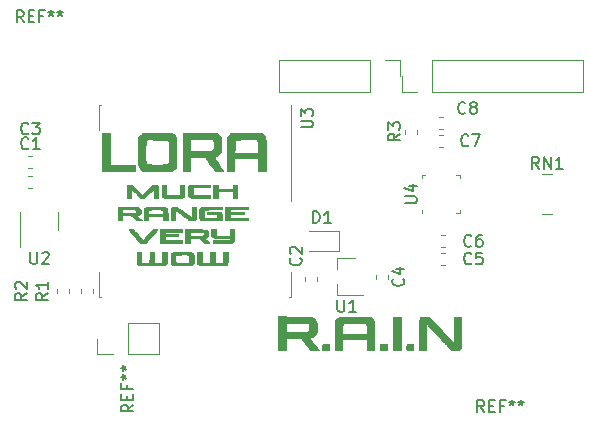
<source format=gbr>
G04 #@! TF.GenerationSoftware,KiCad,Pcbnew,(5.0.0)*
G04 #@! TF.CreationDate,2019-02-27T16:54:38+00:00*
G04 #@! TF.ProjectId,rain,7261696E2E6B696361645F7063620000,rev?*
G04 #@! TF.SameCoordinates,Original*
G04 #@! TF.FileFunction,Legend,Top*
G04 #@! TF.FilePolarity,Positive*
%FSLAX46Y46*%
G04 Gerber Fmt 4.6, Leading zero omitted, Abs format (unit mm)*
G04 Created by KiCad (PCBNEW (5.0.0)) date 02/27/19 16:54:38*
%MOMM*%
%LPD*%
G01*
G04 APERTURE LIST*
%ADD10C,0.120000*%
%ADD11C,0.100000*%
%ADD12C,0.010000*%
%ADD13C,0.150000*%
G04 APERTURE END LIST*
D10*
G04 #@! TO.C,C1*
X98049721Y-86490000D02*
X98375279Y-86490000D01*
X98049721Y-87510000D02*
X98375279Y-87510000D01*
G04 #@! TO.C,C2*
X121490000Y-95049721D02*
X121490000Y-95375279D01*
X122510000Y-95049721D02*
X122510000Y-95375279D01*
G04 #@! TO.C,C3*
X98049721Y-85760000D02*
X98375279Y-85760000D01*
X98049721Y-84740000D02*
X98375279Y-84740000D01*
G04 #@! TO.C,C4*
X127490000Y-94837221D02*
X127490000Y-95162779D01*
X128510000Y-94837221D02*
X128510000Y-95162779D01*
G04 #@! TO.C,C5*
X133049721Y-92990000D02*
X133375279Y-92990000D01*
X133049721Y-94010000D02*
X133375279Y-94010000D01*
G04 #@! TO.C,C6*
X133049721Y-91490000D02*
X133375279Y-91490000D01*
X133049721Y-92510000D02*
X133375279Y-92510000D01*
G04 #@! TO.C,C7*
X132837221Y-82990000D02*
X133162779Y-82990000D01*
X132837221Y-84010000D02*
X133162779Y-84010000D01*
G04 #@! TO.C,C8*
X132837221Y-82510000D02*
X133162779Y-82510000D01*
X132837221Y-81490000D02*
X133162779Y-81490000D01*
G04 #@! TO.C,D1*
X124400000Y-92850000D02*
X124400000Y-91150000D01*
X124400000Y-91150000D02*
X121850000Y-91150000D01*
X124400000Y-92850000D02*
X121850000Y-92850000D01*
G04 #@! TO.C,J1*
X145030000Y-79330000D02*
X145030000Y-76670000D01*
X132270000Y-79330000D02*
X145030000Y-79330000D01*
X132270000Y-76670000D02*
X145030000Y-76670000D01*
X132270000Y-79330000D02*
X132270000Y-76670000D01*
X131000000Y-79330000D02*
X129670000Y-79330000D01*
X129670000Y-79330000D02*
X129670000Y-78000000D01*
G04 #@! TO.C,J3*
X119300000Y-76670000D02*
X119300000Y-79330000D01*
X126980000Y-76670000D02*
X119300000Y-76670000D01*
X126980000Y-79330000D02*
X119300000Y-79330000D01*
X126980000Y-76670000D02*
X126980000Y-79330000D01*
X128250000Y-76670000D02*
X129580000Y-76670000D01*
X129580000Y-76670000D02*
X129580000Y-78000000D01*
G04 #@! TO.C,R1*
X102490000Y-96375279D02*
X102490000Y-96049721D01*
X103510000Y-96375279D02*
X103510000Y-96049721D01*
G04 #@! TO.C,R2*
X101510000Y-96375279D02*
X101510000Y-96049721D01*
X100490000Y-96375279D02*
X100490000Y-96049721D01*
G04 #@! TO.C,R3*
X129990000Y-82875279D02*
X129990000Y-82549721D01*
X131010000Y-82875279D02*
X131010000Y-82549721D01*
G04 #@! TO.C,RN1*
X142400000Y-89720000D02*
X141600000Y-89720000D01*
X142400000Y-86280000D02*
X141600000Y-86280000D01*
G04 #@! TO.C,U1*
X124240000Y-93420000D02*
X125700000Y-93420000D01*
X124240000Y-96580000D02*
X126400000Y-96580000D01*
X124240000Y-96580000D02*
X124240000Y-95650000D01*
X124240000Y-93420000D02*
X124240000Y-94350000D01*
G04 #@! TO.C,U2*
X100610000Y-91000000D02*
X100610000Y-89500000D01*
X97390000Y-92500000D02*
X97390000Y-89500000D01*
D11*
G04 #@! TO.C,U3*
X120320000Y-80480000D02*
X120320000Y-88600000D01*
X104080000Y-94600000D02*
X104080000Y-96720000D01*
X104080000Y-96720000D02*
X104250000Y-96720000D01*
X104080000Y-80480000D02*
X104080000Y-82600000D01*
X104080000Y-80480000D02*
X104250000Y-80480000D01*
X120320000Y-94600000D02*
X120320000Y-96720000D01*
X120320000Y-96720000D02*
X120150000Y-96720000D01*
D10*
G04 #@! TO.C,U4*
X131380000Y-86380000D02*
X131680000Y-86380000D01*
X134620000Y-89620000D02*
X134320000Y-89620000D01*
X134620000Y-86380000D02*
X134320000Y-86380000D01*
X131380000Y-89620000D02*
X131380000Y-89320000D01*
X134620000Y-89620000D02*
X134620000Y-89320000D01*
X134620000Y-86380000D02*
X134620000Y-86680000D01*
X131380000Y-86380000D02*
X131380000Y-86680000D01*
G04 #@! TO.C,REF\002A\002A*
X103920000Y-101580000D02*
X103920000Y-100250000D01*
X105250000Y-101580000D02*
X103920000Y-101580000D01*
X106520000Y-101580000D02*
X106520000Y-98920000D01*
X106520000Y-98920000D02*
X109120000Y-98920000D01*
X106520000Y-101580000D02*
X109120000Y-101580000D01*
X109120000Y-101580000D02*
X109120000Y-98920000D01*
D12*
G04 #@! TO.C,G\002A\002A\002A*
G36*
X116856089Y-82802193D02*
X117157597Y-82804973D01*
X117404649Y-82809537D01*
X117595046Y-82815827D01*
X117726588Y-82823785D01*
X117797077Y-82833355D01*
X117803003Y-82835203D01*
X117949676Y-82924181D01*
X118066447Y-83066141D01*
X118102999Y-83135464D01*
X118117115Y-83169849D01*
X118128791Y-83210223D01*
X118138258Y-83262615D01*
X118145751Y-83333055D01*
X118151502Y-83427571D01*
X118155746Y-83552192D01*
X118158716Y-83712947D01*
X118160646Y-83915865D01*
X118161767Y-84166975D01*
X118162315Y-84472306D01*
X118162459Y-84671241D01*
X118163158Y-86079700D01*
X117526567Y-86079700D01*
X117526567Y-84965665D01*
X115521304Y-84965665D01*
X115521304Y-86079700D01*
X115208313Y-86079700D01*
X115072963Y-86077666D01*
X114962435Y-86072193D01*
X114891572Y-86064224D01*
X114874102Y-86058480D01*
X114868392Y-86021791D01*
X114863678Y-85929567D01*
X114859937Y-85789927D01*
X114857144Y-85610985D01*
X114855276Y-85400859D01*
X114854308Y-85167666D01*
X114854218Y-84919522D01*
X114854980Y-84664544D01*
X114856085Y-84488221D01*
X115516923Y-84488221D01*
X117526567Y-84488221D01*
X117526567Y-84009331D01*
X117526159Y-83824891D01*
X117523901Y-83693026D01*
X117518236Y-83602649D01*
X117507610Y-83542676D01*
X117490469Y-83502021D01*
X117465257Y-83469600D01*
X117448440Y-83452313D01*
X117370312Y-83374186D01*
X116517425Y-83375198D01*
X116253940Y-83376033D01*
X116046909Y-83378098D01*
X115889131Y-83381777D01*
X115773405Y-83387456D01*
X115692531Y-83395521D01*
X115639309Y-83406356D01*
X115606538Y-83420347D01*
X115600877Y-83424246D01*
X115576755Y-83447259D01*
X115559219Y-83480961D01*
X115546934Y-83535416D01*
X115538565Y-83620687D01*
X115532775Y-83746840D01*
X115528228Y-83923939D01*
X115527071Y-83980251D01*
X115516923Y-84488221D01*
X114856085Y-84488221D01*
X114856571Y-84410849D01*
X114858968Y-84166554D01*
X114862146Y-83939774D01*
X114866081Y-83738628D01*
X114870749Y-83571231D01*
X114876127Y-83445701D01*
X114882016Y-83371484D01*
X114932047Y-83160088D01*
X115022090Y-82996877D01*
X115153564Y-82879412D01*
X115175512Y-82866391D01*
X115207578Y-82849710D01*
X115242947Y-82836147D01*
X115288170Y-82825378D01*
X115349797Y-82817084D01*
X115434380Y-82810942D01*
X115548468Y-82806630D01*
X115698613Y-82803827D01*
X115891366Y-82802212D01*
X116133276Y-82801463D01*
X116430896Y-82801258D01*
X116502325Y-82801254D01*
X116856089Y-82802193D01*
X116856089Y-82802193D01*
G37*
X116856089Y-82802193D02*
X117157597Y-82804973D01*
X117404649Y-82809537D01*
X117595046Y-82815827D01*
X117726588Y-82823785D01*
X117797077Y-82833355D01*
X117803003Y-82835203D01*
X117949676Y-82924181D01*
X118066447Y-83066141D01*
X118102999Y-83135464D01*
X118117115Y-83169849D01*
X118128791Y-83210223D01*
X118138258Y-83262615D01*
X118145751Y-83333055D01*
X118151502Y-83427571D01*
X118155746Y-83552192D01*
X118158716Y-83712947D01*
X118160646Y-83915865D01*
X118161767Y-84166975D01*
X118162315Y-84472306D01*
X118162459Y-84671241D01*
X118163158Y-86079700D01*
X117526567Y-86079700D01*
X117526567Y-84965665D01*
X115521304Y-84965665D01*
X115521304Y-86079700D01*
X115208313Y-86079700D01*
X115072963Y-86077666D01*
X114962435Y-86072193D01*
X114891572Y-86064224D01*
X114874102Y-86058480D01*
X114868392Y-86021791D01*
X114863678Y-85929567D01*
X114859937Y-85789927D01*
X114857144Y-85610985D01*
X114855276Y-85400859D01*
X114854308Y-85167666D01*
X114854218Y-84919522D01*
X114854980Y-84664544D01*
X114856085Y-84488221D01*
X115516923Y-84488221D01*
X117526567Y-84488221D01*
X117526567Y-84009331D01*
X117526159Y-83824891D01*
X117523901Y-83693026D01*
X117518236Y-83602649D01*
X117507610Y-83542676D01*
X117490469Y-83502021D01*
X117465257Y-83469600D01*
X117448440Y-83452313D01*
X117370312Y-83374186D01*
X116517425Y-83375198D01*
X116253940Y-83376033D01*
X116046909Y-83378098D01*
X115889131Y-83381777D01*
X115773405Y-83387456D01*
X115692531Y-83395521D01*
X115639309Y-83406356D01*
X115606538Y-83420347D01*
X115600877Y-83424246D01*
X115576755Y-83447259D01*
X115559219Y-83480961D01*
X115546934Y-83535416D01*
X115538565Y-83620687D01*
X115532775Y-83746840D01*
X115528228Y-83923939D01*
X115527071Y-83980251D01*
X115516923Y-84488221D01*
X114856085Y-84488221D01*
X114856571Y-84410849D01*
X114858968Y-84166554D01*
X114862146Y-83939774D01*
X114866081Y-83738628D01*
X114870749Y-83571231D01*
X114876127Y-83445701D01*
X114882016Y-83371484D01*
X114932047Y-83160088D01*
X115022090Y-82996877D01*
X115153564Y-82879412D01*
X115175512Y-82866391D01*
X115207578Y-82849710D01*
X115242947Y-82836147D01*
X115288170Y-82825378D01*
X115349797Y-82817084D01*
X115434380Y-82810942D01*
X115548468Y-82806630D01*
X115698613Y-82803827D01*
X115891366Y-82802212D01*
X116133276Y-82801463D01*
X116430896Y-82801258D01*
X116502325Y-82801254D01*
X116856089Y-82802193D01*
G36*
X112521366Y-82801953D02*
X112857806Y-82802278D01*
X113136676Y-82803044D01*
X113364067Y-82804494D01*
X113546068Y-82806866D01*
X113688769Y-82810402D01*
X113798260Y-82815342D01*
X113880631Y-82821927D01*
X113941970Y-82830397D01*
X113988369Y-82840993D01*
X114025916Y-82853956D01*
X114044923Y-82862147D01*
X114192907Y-82962665D01*
X114307866Y-83108765D01*
X114372136Y-83262782D01*
X114385168Y-83342353D01*
X114396003Y-83469140D01*
X114403624Y-83626710D01*
X114407010Y-83798630D01*
X114407091Y-83826563D01*
X114399442Y-84098118D01*
X114373893Y-84314894D01*
X114326905Y-84484131D01*
X114254941Y-84613067D01*
X114154464Y-84708942D01*
X114021936Y-84778994D01*
X113925727Y-84811594D01*
X113778397Y-84854261D01*
X113934680Y-85092983D01*
X114017833Y-85219724D01*
X114121556Y-85377417D01*
X114231281Y-85543932D01*
X114312775Y-85667385D01*
X114397061Y-85797831D01*
X114466623Y-85910991D01*
X114514674Y-85995425D01*
X114534428Y-86039691D01*
X114534587Y-86041383D01*
X114513094Y-86059833D01*
X114444645Y-86071911D01*
X114323285Y-86078276D01*
X114188582Y-86079700D01*
X113842578Y-86079700D01*
X113674253Y-85817106D01*
X113587940Y-85683049D01*
X113480948Y-85517755D01*
X113367530Y-85343204D01*
X113271784Y-85196429D01*
X113037638Y-84838346D01*
X111765414Y-84838346D01*
X111765414Y-86079700D01*
X111128822Y-86079700D01*
X111128822Y-83374186D01*
X111765414Y-83374186D01*
X111765414Y-84329073D01*
X112684945Y-84329073D01*
X112952391Y-84328833D01*
X113163581Y-84327811D01*
X113325920Y-84325554D01*
X113446810Y-84321611D01*
X113533655Y-84315528D01*
X113593858Y-84306853D01*
X113634821Y-84295134D01*
X113663950Y-84279918D01*
X113679619Y-84268282D01*
X113713571Y-84235794D01*
X113736154Y-84195017D01*
X113750307Y-84132405D01*
X113758965Y-84034414D01*
X113765065Y-83887500D01*
X113765576Y-83871822D01*
X113769650Y-83721373D01*
X113768685Y-83620335D01*
X113760293Y-83554515D01*
X113742082Y-83509720D01*
X113711663Y-83471756D01*
X113695407Y-83455170D01*
X113614423Y-83374186D01*
X111765414Y-83374186D01*
X111128822Y-83374186D01*
X111128822Y-82801254D01*
X112521366Y-82801953D01*
X112521366Y-82801953D01*
G37*
X112521366Y-82801953D02*
X112857806Y-82802278D01*
X113136676Y-82803044D01*
X113364067Y-82804494D01*
X113546068Y-82806866D01*
X113688769Y-82810402D01*
X113798260Y-82815342D01*
X113880631Y-82821927D01*
X113941970Y-82830397D01*
X113988369Y-82840993D01*
X114025916Y-82853956D01*
X114044923Y-82862147D01*
X114192907Y-82962665D01*
X114307866Y-83108765D01*
X114372136Y-83262782D01*
X114385168Y-83342353D01*
X114396003Y-83469140D01*
X114403624Y-83626710D01*
X114407010Y-83798630D01*
X114407091Y-83826563D01*
X114399442Y-84098118D01*
X114373893Y-84314894D01*
X114326905Y-84484131D01*
X114254941Y-84613067D01*
X114154464Y-84708942D01*
X114021936Y-84778994D01*
X113925727Y-84811594D01*
X113778397Y-84854261D01*
X113934680Y-85092983D01*
X114017833Y-85219724D01*
X114121556Y-85377417D01*
X114231281Y-85543932D01*
X114312775Y-85667385D01*
X114397061Y-85797831D01*
X114466623Y-85910991D01*
X114514674Y-85995425D01*
X114534428Y-86039691D01*
X114534587Y-86041383D01*
X114513094Y-86059833D01*
X114444645Y-86071911D01*
X114323285Y-86078276D01*
X114188582Y-86079700D01*
X113842578Y-86079700D01*
X113674253Y-85817106D01*
X113587940Y-85683049D01*
X113480948Y-85517755D01*
X113367530Y-85343204D01*
X113271784Y-85196429D01*
X113037638Y-84838346D01*
X111765414Y-84838346D01*
X111765414Y-86079700D01*
X111128822Y-86079700D01*
X111128822Y-83374186D01*
X111765414Y-83374186D01*
X111765414Y-84329073D01*
X112684945Y-84329073D01*
X112952391Y-84328833D01*
X113163581Y-84327811D01*
X113325920Y-84325554D01*
X113446810Y-84321611D01*
X113533655Y-84315528D01*
X113593858Y-84306853D01*
X113634821Y-84295134D01*
X113663950Y-84279918D01*
X113679619Y-84268282D01*
X113713571Y-84235794D01*
X113736154Y-84195017D01*
X113750307Y-84132405D01*
X113758965Y-84034414D01*
X113765065Y-83887500D01*
X113765576Y-83871822D01*
X113769650Y-83721373D01*
X113768685Y-83620335D01*
X113760293Y-83554515D01*
X113742082Y-83509720D01*
X113711663Y-83471756D01*
X113695407Y-83455170D01*
X113614423Y-83374186D01*
X111765414Y-83374186D01*
X111128822Y-83374186D01*
X111128822Y-82801254D01*
X112521366Y-82801953D01*
G36*
X108995028Y-82801777D02*
X109297885Y-82802006D01*
X109543836Y-82802642D01*
X109739636Y-82804063D01*
X109892036Y-82806646D01*
X110007792Y-82810766D01*
X110093656Y-82816801D01*
X110156383Y-82825127D01*
X110202724Y-82836121D01*
X110239435Y-82850159D01*
X110273269Y-82867619D01*
X110284015Y-82873664D01*
X110379594Y-82944648D01*
X110474123Y-83040709D01*
X110506822Y-83082774D01*
X110603634Y-83220522D01*
X110603634Y-84419346D01*
X110603542Y-84727343D01*
X110603030Y-84978348D01*
X110601742Y-85179028D01*
X110599323Y-85336052D01*
X110595419Y-85456086D01*
X110589675Y-85545797D01*
X110581734Y-85611854D01*
X110571243Y-85660924D01*
X110557846Y-85699673D01*
X110541189Y-85734769D01*
X110532738Y-85750766D01*
X110423539Y-85899561D01*
X110277967Y-85999286D01*
X110138924Y-86045858D01*
X110056288Y-86056961D01*
X109921477Y-86065738D01*
X109744219Y-86072257D01*
X109534243Y-86076586D01*
X109301276Y-86078793D01*
X109055046Y-86078945D01*
X108805283Y-86077110D01*
X108561713Y-86073357D01*
X108334066Y-86067753D01*
X108132069Y-86060366D01*
X107965451Y-86051263D01*
X107843940Y-86040513D01*
X107780966Y-86029419D01*
X107621433Y-85948442D01*
X107491443Y-85818450D01*
X107400856Y-85650969D01*
X107372385Y-85551876D01*
X107361292Y-85460239D01*
X107353036Y-85307158D01*
X107347661Y-85094786D01*
X107345211Y-84825278D01*
X107345300Y-84769137D01*
X107981408Y-84769137D01*
X107982441Y-84951979D01*
X107984848Y-85098561D01*
X107988536Y-85198992D01*
X107992191Y-85238643D01*
X108034642Y-85363312D01*
X108112099Y-85440451D01*
X108202057Y-85474390D01*
X108278775Y-85484487D01*
X108405530Y-85492361D01*
X108570093Y-85498020D01*
X108760239Y-85501474D01*
X108963740Y-85502733D01*
X109168371Y-85501806D01*
X109361904Y-85498702D01*
X109532112Y-85493431D01*
X109666770Y-85486003D01*
X109753651Y-85476426D01*
X109768409Y-85473181D01*
X109828865Y-85454901D01*
X109876925Y-85432728D01*
X109913923Y-85399760D01*
X109941193Y-85349094D01*
X109960071Y-85273829D01*
X109971891Y-85167060D01*
X109977986Y-85021887D01*
X109979692Y-84831406D01*
X109978344Y-84588716D01*
X109976435Y-84397217D01*
X109973345Y-84132935D01*
X109969933Y-83924998D01*
X109965690Y-83766091D01*
X109960108Y-83648901D01*
X109952677Y-83566112D01*
X109942886Y-83510410D01*
X109930228Y-83474481D01*
X109914193Y-83451012D01*
X109910257Y-83446890D01*
X109887797Y-83429564D01*
X109854087Y-83415934D01*
X109801552Y-83405440D01*
X109722621Y-83397523D01*
X109609718Y-83391622D01*
X109455271Y-83387178D01*
X109251705Y-83383631D01*
X109014550Y-83380678D01*
X108175628Y-83371256D01*
X108084619Y-83449490D01*
X107993609Y-83527723D01*
X107983829Y-84334225D01*
X107981840Y-84559923D01*
X107981408Y-84769137D01*
X107345300Y-84769137D01*
X107345730Y-84500788D01*
X107347104Y-84319988D01*
X107357018Y-83257632D01*
X107452877Y-83101059D01*
X107567439Y-82957862D01*
X107690385Y-82872870D01*
X107728834Y-82854226D01*
X107767465Y-82839139D01*
X107813118Y-82827235D01*
X107872632Y-82818142D01*
X107952847Y-82811487D01*
X108060602Y-82806898D01*
X108202738Y-82804001D01*
X108386093Y-82802424D01*
X108617507Y-82801795D01*
X108903820Y-82801740D01*
X108995028Y-82801777D01*
X108995028Y-82801777D01*
G37*
X108995028Y-82801777D02*
X109297885Y-82802006D01*
X109543836Y-82802642D01*
X109739636Y-82804063D01*
X109892036Y-82806646D01*
X110007792Y-82810766D01*
X110093656Y-82816801D01*
X110156383Y-82825127D01*
X110202724Y-82836121D01*
X110239435Y-82850159D01*
X110273269Y-82867619D01*
X110284015Y-82873664D01*
X110379594Y-82944648D01*
X110474123Y-83040709D01*
X110506822Y-83082774D01*
X110603634Y-83220522D01*
X110603634Y-84419346D01*
X110603542Y-84727343D01*
X110603030Y-84978348D01*
X110601742Y-85179028D01*
X110599323Y-85336052D01*
X110595419Y-85456086D01*
X110589675Y-85545797D01*
X110581734Y-85611854D01*
X110571243Y-85660924D01*
X110557846Y-85699673D01*
X110541189Y-85734769D01*
X110532738Y-85750766D01*
X110423539Y-85899561D01*
X110277967Y-85999286D01*
X110138924Y-86045858D01*
X110056288Y-86056961D01*
X109921477Y-86065738D01*
X109744219Y-86072257D01*
X109534243Y-86076586D01*
X109301276Y-86078793D01*
X109055046Y-86078945D01*
X108805283Y-86077110D01*
X108561713Y-86073357D01*
X108334066Y-86067753D01*
X108132069Y-86060366D01*
X107965451Y-86051263D01*
X107843940Y-86040513D01*
X107780966Y-86029419D01*
X107621433Y-85948442D01*
X107491443Y-85818450D01*
X107400856Y-85650969D01*
X107372385Y-85551876D01*
X107361292Y-85460239D01*
X107353036Y-85307158D01*
X107347661Y-85094786D01*
X107345211Y-84825278D01*
X107345300Y-84769137D01*
X107981408Y-84769137D01*
X107982441Y-84951979D01*
X107984848Y-85098561D01*
X107988536Y-85198992D01*
X107992191Y-85238643D01*
X108034642Y-85363312D01*
X108112099Y-85440451D01*
X108202057Y-85474390D01*
X108278775Y-85484487D01*
X108405530Y-85492361D01*
X108570093Y-85498020D01*
X108760239Y-85501474D01*
X108963740Y-85502733D01*
X109168371Y-85501806D01*
X109361904Y-85498702D01*
X109532112Y-85493431D01*
X109666770Y-85486003D01*
X109753651Y-85476426D01*
X109768409Y-85473181D01*
X109828865Y-85454901D01*
X109876925Y-85432728D01*
X109913923Y-85399760D01*
X109941193Y-85349094D01*
X109960071Y-85273829D01*
X109971891Y-85167060D01*
X109977986Y-85021887D01*
X109979692Y-84831406D01*
X109978344Y-84588716D01*
X109976435Y-84397217D01*
X109973345Y-84132935D01*
X109969933Y-83924998D01*
X109965690Y-83766091D01*
X109960108Y-83648901D01*
X109952677Y-83566112D01*
X109942886Y-83510410D01*
X109930228Y-83474481D01*
X109914193Y-83451012D01*
X109910257Y-83446890D01*
X109887797Y-83429564D01*
X109854087Y-83415934D01*
X109801552Y-83405440D01*
X109722621Y-83397523D01*
X109609718Y-83391622D01*
X109455271Y-83387178D01*
X109251705Y-83383631D01*
X109014550Y-83380678D01*
X108175628Y-83371256D01*
X108084619Y-83449490D01*
X107993609Y-83527723D01*
X107983829Y-84334225D01*
X107981840Y-84559923D01*
X107981408Y-84769137D01*
X107345300Y-84769137D01*
X107345730Y-84500788D01*
X107347104Y-84319988D01*
X107357018Y-83257632D01*
X107452877Y-83101059D01*
X107567439Y-82957862D01*
X107690385Y-82872870D01*
X107728834Y-82854226D01*
X107767465Y-82839139D01*
X107813118Y-82827235D01*
X107872632Y-82818142D01*
X107952847Y-82811487D01*
X108060602Y-82806898D01*
X108202738Y-82804001D01*
X108386093Y-82802424D01*
X108617507Y-82801795D01*
X108903820Y-82801740D01*
X108995028Y-82801777D01*
G36*
X104953885Y-85506767D02*
X107118296Y-85506767D01*
X107118296Y-86079700D01*
X104317294Y-86079700D01*
X104317294Y-82801254D01*
X104953885Y-82801254D01*
X104953885Y-85506767D01*
X104953885Y-85506767D01*
G37*
X104953885Y-85506767D02*
X107118296Y-85506767D01*
X107118296Y-86079700D01*
X104317294Y-86079700D01*
X104317294Y-82801254D01*
X104953885Y-82801254D01*
X104953885Y-85506767D01*
G36*
X114088973Y-87575690D02*
X115393985Y-87575690D01*
X115393985Y-87193735D01*
X115775940Y-87193735D01*
X115775940Y-88339599D01*
X115393985Y-88339599D01*
X115393985Y-87766667D01*
X114088973Y-87766667D01*
X114088973Y-88339599D01*
X113707018Y-88339599D01*
X113707018Y-87193735D01*
X114088973Y-87193735D01*
X114088973Y-87575690D01*
X114088973Y-87575690D01*
G37*
X114088973Y-87575690D02*
X115393985Y-87575690D01*
X115393985Y-87193735D01*
X115775940Y-87193735D01*
X115775940Y-88339599D01*
X115393985Y-88339599D01*
X115393985Y-87766667D01*
X114088973Y-87766667D01*
X114088973Y-88339599D01*
X113707018Y-88339599D01*
X113707018Y-87193735D01*
X114088973Y-87193735D01*
X114088973Y-87575690D01*
G36*
X113436466Y-87400627D02*
X112004136Y-87432457D01*
X111994961Y-87748122D01*
X111993008Y-87908467D01*
X111998747Y-88013890D01*
X112012955Y-88072748D01*
X112026791Y-88089802D01*
X112069527Y-88097460D01*
X112166064Y-88104270D01*
X112306547Y-88109878D01*
X112481120Y-88113928D01*
X112679926Y-88116066D01*
X112762105Y-88116305D01*
X113456415Y-88116792D01*
X113446440Y-88220238D01*
X113436466Y-88323685D01*
X112672557Y-88328663D01*
X112452035Y-88329024D01*
X112247309Y-88327338D01*
X112068776Y-88323850D01*
X111926833Y-88318807D01*
X111831876Y-88312454D01*
X111801680Y-88308091D01*
X111721026Y-88284751D01*
X111663934Y-88252639D01*
X111626368Y-88201409D01*
X111604293Y-88120719D01*
X111593672Y-88000225D01*
X111590469Y-87829584D01*
X111590351Y-87766476D01*
X111589361Y-87612025D01*
X111590714Y-87489079D01*
X111600895Y-87393985D01*
X111626387Y-87323094D01*
X111673677Y-87272752D01*
X111749248Y-87239309D01*
X111859586Y-87219113D01*
X112011174Y-87208512D01*
X112210498Y-87203855D01*
X112464041Y-87201491D01*
X112595942Y-87200219D01*
X113456634Y-87190789D01*
X113436466Y-87400627D01*
X113436466Y-87400627D01*
G37*
X113436466Y-87400627D02*
X112004136Y-87432457D01*
X111994961Y-87748122D01*
X111993008Y-87908467D01*
X111998747Y-88013890D01*
X112012955Y-88072748D01*
X112026791Y-88089802D01*
X112069527Y-88097460D01*
X112166064Y-88104270D01*
X112306547Y-88109878D01*
X112481120Y-88113928D01*
X112679926Y-88116066D01*
X112762105Y-88116305D01*
X113456415Y-88116792D01*
X113446440Y-88220238D01*
X113436466Y-88323685D01*
X112672557Y-88328663D01*
X112452035Y-88329024D01*
X112247309Y-88327338D01*
X112068776Y-88323850D01*
X111926833Y-88318807D01*
X111831876Y-88312454D01*
X111801680Y-88308091D01*
X111721026Y-88284751D01*
X111663934Y-88252639D01*
X111626368Y-88201409D01*
X111604293Y-88120719D01*
X111593672Y-88000225D01*
X111590469Y-87829584D01*
X111590351Y-87766476D01*
X111589361Y-87612025D01*
X111590714Y-87489079D01*
X111600895Y-87393985D01*
X111626387Y-87323094D01*
X111673677Y-87272752D01*
X111749248Y-87239309D01*
X111859586Y-87219113D01*
X112011174Y-87208512D01*
X112210498Y-87203855D01*
X112464041Y-87201491D01*
X112595942Y-87200219D01*
X113456634Y-87190789D01*
X113436466Y-87400627D01*
G36*
X109728321Y-87622314D02*
X109729048Y-87796330D01*
X109732183Y-87917439D01*
X109739161Y-87996388D01*
X109751415Y-88043921D01*
X109770378Y-88070784D01*
X109789888Y-88083843D01*
X109843459Y-88095861D01*
X109947993Y-88105847D01*
X110090808Y-88113008D01*
X110259218Y-88116552D01*
X110317168Y-88116792D01*
X110491151Y-88114591D01*
X110643648Y-88108515D01*
X110761975Y-88099358D01*
X110833448Y-88087911D01*
X110844449Y-88083843D01*
X110869391Y-88065436D01*
X110886547Y-88034426D01*
X110897352Y-87980067D01*
X110903238Y-87891615D01*
X110905639Y-87758324D01*
X110906015Y-87622314D01*
X110906015Y-87193735D01*
X111287970Y-87193735D01*
X111287970Y-87685853D01*
X111286496Y-87894770D01*
X111279443Y-88049088D01*
X111262867Y-88157845D01*
X111232823Y-88230080D01*
X111185365Y-88274833D01*
X111116549Y-88301141D01*
X111022430Y-88318043D01*
X111011384Y-88319576D01*
X110895148Y-88330195D01*
X110738276Y-88337041D01*
X110553191Y-88340342D01*
X110352318Y-88340322D01*
X110148080Y-88337208D01*
X109952899Y-88331224D01*
X109779200Y-88322597D01*
X109639406Y-88311553D01*
X109545940Y-88298316D01*
X109524611Y-88292567D01*
X109439712Y-88254889D01*
X109381808Y-88215781D01*
X109373908Y-88206433D01*
X109364619Y-88161256D01*
X109356682Y-88064626D01*
X109350720Y-87928746D01*
X109347361Y-87765818D01*
X109346854Y-87679136D01*
X109346366Y-87193735D01*
X109728321Y-87193735D01*
X109728321Y-87622314D01*
X109728321Y-87622314D01*
G37*
X109728321Y-87622314D02*
X109729048Y-87796330D01*
X109732183Y-87917439D01*
X109739161Y-87996388D01*
X109751415Y-88043921D01*
X109770378Y-88070784D01*
X109789888Y-88083843D01*
X109843459Y-88095861D01*
X109947993Y-88105847D01*
X110090808Y-88113008D01*
X110259218Y-88116552D01*
X110317168Y-88116792D01*
X110491151Y-88114591D01*
X110643648Y-88108515D01*
X110761975Y-88099358D01*
X110833448Y-88087911D01*
X110844449Y-88083843D01*
X110869391Y-88065436D01*
X110886547Y-88034426D01*
X110897352Y-87980067D01*
X110903238Y-87891615D01*
X110905639Y-87758324D01*
X110906015Y-87622314D01*
X110906015Y-87193735D01*
X111287970Y-87193735D01*
X111287970Y-87685853D01*
X111286496Y-87894770D01*
X111279443Y-88049088D01*
X111262867Y-88157845D01*
X111232823Y-88230080D01*
X111185365Y-88274833D01*
X111116549Y-88301141D01*
X111022430Y-88318043D01*
X111011384Y-88319576D01*
X110895148Y-88330195D01*
X110738276Y-88337041D01*
X110553191Y-88340342D01*
X110352318Y-88340322D01*
X110148080Y-88337208D01*
X109952899Y-88331224D01*
X109779200Y-88322597D01*
X109639406Y-88311553D01*
X109545940Y-88298316D01*
X109524611Y-88292567D01*
X109439712Y-88254889D01*
X109381808Y-88215781D01*
X109373908Y-88206433D01*
X109364619Y-88161256D01*
X109356682Y-88064626D01*
X109350720Y-87928746D01*
X109347361Y-87765818D01*
X109346854Y-87679136D01*
X109346366Y-87193735D01*
X109728321Y-87193735D01*
X109728321Y-87622314D01*
G36*
X108915981Y-87197893D02*
X108967114Y-87215785D01*
X108999835Y-87255502D01*
X109018218Y-87325506D01*
X109026336Y-87434259D01*
X109028264Y-87590224D01*
X109028070Y-87787651D01*
X109028070Y-88342926D01*
X108860965Y-88333305D01*
X108693860Y-88323685D01*
X108684872Y-87927405D01*
X108675884Y-87531124D01*
X108283855Y-87939702D01*
X107891827Y-88348280D01*
X107520833Y-88317514D01*
X107144552Y-87922730D01*
X106768272Y-87527945D01*
X106768221Y-87933772D01*
X106768171Y-88339599D01*
X106598413Y-88339599D01*
X106499355Y-88335909D01*
X106428302Y-88326443D01*
X106407436Y-88318380D01*
X106400042Y-88280697D01*
X106393770Y-88190975D01*
X106389110Y-88060828D01*
X106386553Y-87901871D01*
X106386216Y-87816189D01*
X106387403Y-87602720D01*
X106393642Y-87444607D01*
X106408944Y-87333553D01*
X106437323Y-87261262D01*
X106482791Y-87219440D01*
X106549362Y-87199790D01*
X106641049Y-87194017D01*
X106687326Y-87193735D01*
X106889339Y-87193735D01*
X107305984Y-87631391D01*
X107722629Y-88069048D01*
X107951280Y-87830326D01*
X108075320Y-87700594D01*
X108209224Y-87560184D01*
X108330339Y-87432859D01*
X108368468Y-87392670D01*
X108557006Y-87193735D01*
X108742191Y-87193735D01*
X108842365Y-87193364D01*
X108915981Y-87197893D01*
X108915981Y-87197893D01*
G37*
X108915981Y-87197893D02*
X108967114Y-87215785D01*
X108999835Y-87255502D01*
X109018218Y-87325506D01*
X109026336Y-87434259D01*
X109028264Y-87590224D01*
X109028070Y-87787651D01*
X109028070Y-88342926D01*
X108860965Y-88333305D01*
X108693860Y-88323685D01*
X108684872Y-87927405D01*
X108675884Y-87531124D01*
X108283855Y-87939702D01*
X107891827Y-88348280D01*
X107520833Y-88317514D01*
X107144552Y-87922730D01*
X106768272Y-87527945D01*
X106768221Y-87933772D01*
X106768171Y-88339599D01*
X106598413Y-88339599D01*
X106499355Y-88335909D01*
X106428302Y-88326443D01*
X106407436Y-88318380D01*
X106400042Y-88280697D01*
X106393770Y-88190975D01*
X106389110Y-88060828D01*
X106386553Y-87901871D01*
X106386216Y-87816189D01*
X106387403Y-87602720D01*
X106393642Y-87444607D01*
X106408944Y-87333553D01*
X106437323Y-87261262D01*
X106482791Y-87219440D01*
X106549362Y-87199790D01*
X106641049Y-87194017D01*
X106687326Y-87193735D01*
X106889339Y-87193735D01*
X107305984Y-87631391D01*
X107722629Y-88069048D01*
X107951280Y-87830326D01*
X108075320Y-87700594D01*
X108209224Y-87560184D01*
X108330339Y-87432859D01*
X108368468Y-87392670D01*
X108557006Y-87193735D01*
X108742191Y-87193735D01*
X108842365Y-87193364D01*
X108915981Y-87197893D01*
G36*
X116635339Y-89294487D02*
X115139349Y-89294487D01*
X115139349Y-89485464D01*
X116317043Y-89485464D01*
X116317043Y-89676441D01*
X115139349Y-89676441D01*
X115139349Y-90026567D01*
X116635339Y-90026567D01*
X116635339Y-90217544D01*
X114725564Y-90217544D01*
X114725564Y-89103509D01*
X116635339Y-89103509D01*
X116635339Y-89294487D01*
X116635339Y-89294487D01*
G37*
X116635339Y-89294487D02*
X115139349Y-89294487D01*
X115139349Y-89485464D01*
X116317043Y-89485464D01*
X116317043Y-89676441D01*
X115139349Y-89676441D01*
X115139349Y-90026567D01*
X116635339Y-90026567D01*
X116635339Y-90217544D01*
X114725564Y-90217544D01*
X114725564Y-89103509D01*
X116635339Y-89103509D01*
X116635339Y-89294487D01*
G36*
X114439098Y-89294487D02*
X113778634Y-89297659D01*
X113575068Y-89299658D01*
X113389075Y-89303400D01*
X113231571Y-89308513D01*
X113113475Y-89314625D01*
X113045703Y-89321364D01*
X113038597Y-89322903D01*
X113002469Y-89335785D01*
X112978909Y-89358578D01*
X112964713Y-89403673D01*
X112956678Y-89483465D01*
X112951599Y-89610349D01*
X112949998Y-89665663D01*
X112940974Y-89986353D01*
X113041508Y-90006460D01*
X113109415Y-90013753D01*
X113226242Y-90019866D01*
X113377252Y-90024269D01*
X113547708Y-90026433D01*
X113601256Y-90026567D01*
X114060470Y-90026567D01*
X114050849Y-89859462D01*
X114041228Y-89692356D01*
X113619486Y-89683475D01*
X113197745Y-89674594D01*
X113197745Y-89485464D01*
X113725025Y-89485464D01*
X113946721Y-89487206D01*
X114113711Y-89493361D01*
X114234873Y-89505321D01*
X114319089Y-89524482D01*
X114375239Y-89552234D01*
X114412203Y-89589973D01*
X114414738Y-89593675D01*
X114425084Y-89639353D01*
X114433201Y-89732364D01*
X114437908Y-89856390D01*
X114438611Y-89923121D01*
X114439098Y-90217544D01*
X113567311Y-90217544D01*
X113307494Y-90217280D01*
X113103699Y-90216160D01*
X112948291Y-90213695D01*
X112833633Y-90209394D01*
X112752090Y-90202768D01*
X112696026Y-90193326D01*
X112657805Y-90180578D01*
X112629790Y-90164034D01*
X112620381Y-90156770D01*
X112589358Y-90127938D01*
X112567851Y-90092579D01*
X112553710Y-90038840D01*
X112544781Y-89954869D01*
X112538914Y-89828812D01*
X112534880Y-89685817D01*
X112531440Y-89514324D01*
X112532173Y-89394081D01*
X112538416Y-89312740D01*
X112551505Y-89257955D01*
X112572776Y-89217379D01*
X112587729Y-89197531D01*
X112650936Y-89119424D01*
X113545017Y-89110048D01*
X114439098Y-89100673D01*
X114439098Y-89294487D01*
X114439098Y-89294487D01*
G37*
X114439098Y-89294487D02*
X113778634Y-89297659D01*
X113575068Y-89299658D01*
X113389075Y-89303400D01*
X113231571Y-89308513D01*
X113113475Y-89314625D01*
X113045703Y-89321364D01*
X113038597Y-89322903D01*
X113002469Y-89335785D01*
X112978909Y-89358578D01*
X112964713Y-89403673D01*
X112956678Y-89483465D01*
X112951599Y-89610349D01*
X112949998Y-89665663D01*
X112940974Y-89986353D01*
X113041508Y-90006460D01*
X113109415Y-90013753D01*
X113226242Y-90019866D01*
X113377252Y-90024269D01*
X113547708Y-90026433D01*
X113601256Y-90026567D01*
X114060470Y-90026567D01*
X114050849Y-89859462D01*
X114041228Y-89692356D01*
X113619486Y-89683475D01*
X113197745Y-89674594D01*
X113197745Y-89485464D01*
X113725025Y-89485464D01*
X113946721Y-89487206D01*
X114113711Y-89493361D01*
X114234873Y-89505321D01*
X114319089Y-89524482D01*
X114375239Y-89552234D01*
X114412203Y-89589973D01*
X114414738Y-89593675D01*
X114425084Y-89639353D01*
X114433201Y-89732364D01*
X114437908Y-89856390D01*
X114438611Y-89923121D01*
X114439098Y-90217544D01*
X113567311Y-90217544D01*
X113307494Y-90217280D01*
X113103699Y-90216160D01*
X112948291Y-90213695D01*
X112833633Y-90209394D01*
X112752090Y-90202768D01*
X112696026Y-90193326D01*
X112657805Y-90180578D01*
X112629790Y-90164034D01*
X112620381Y-90156770D01*
X112589358Y-90127938D01*
X112567851Y-90092579D01*
X112553710Y-90038840D01*
X112544781Y-89954869D01*
X112538914Y-89828812D01*
X112534880Y-89685817D01*
X112531440Y-89514324D01*
X112532173Y-89394081D01*
X112538416Y-89312740D01*
X112551505Y-89257955D01*
X112572776Y-89217379D01*
X112587729Y-89197531D01*
X112650936Y-89119424D01*
X113545017Y-89110048D01*
X114439098Y-89100673D01*
X114439098Y-89294487D01*
G36*
X110545619Y-89103293D02*
X110590991Y-89108475D01*
X110638553Y-89122030D01*
X110694679Y-89147593D01*
X110765741Y-89188800D01*
X110858110Y-89249284D01*
X110978160Y-89332681D01*
X111132263Y-89442626D01*
X111326791Y-89582754D01*
X111518735Y-89721143D01*
X111892732Y-89990529D01*
X111892732Y-89103509D01*
X112242857Y-89103509D01*
X112242857Y-89622331D01*
X112240890Y-89845780D01*
X112234812Y-90009502D01*
X112224363Y-90117310D01*
X112209281Y-90173020D01*
X112204662Y-90179349D01*
X112151755Y-90200158D01*
X112050862Y-90213587D01*
X111938403Y-90217544D01*
X111802444Y-90213069D01*
X111711069Y-90197122D01*
X111645670Y-90165919D01*
X111630824Y-90154997D01*
X111576198Y-90113854D01*
X111479775Y-90043054D01*
X111351616Y-89949863D01*
X111201780Y-89841547D01*
X111040327Y-89725374D01*
X110877318Y-89608610D01*
X110722813Y-89498521D01*
X110675577Y-89465015D01*
X110591722Y-89407438D01*
X110530283Y-89368639D01*
X110508472Y-89358146D01*
X110502535Y-89388041D01*
X110497572Y-89469996D01*
X110494019Y-89592414D01*
X110492317Y-89743696D01*
X110492231Y-89787845D01*
X110492231Y-90217544D01*
X110142106Y-90217544D01*
X110142106Y-89698722D01*
X110144073Y-89475273D01*
X110150151Y-89311552D01*
X110160600Y-89203743D01*
X110175682Y-89148034D01*
X110180301Y-89141705D01*
X110232814Y-89120874D01*
X110331658Y-89107350D01*
X110435960Y-89103509D01*
X110496066Y-89102849D01*
X110545619Y-89103293D01*
X110545619Y-89103293D01*
G37*
X110545619Y-89103293D02*
X110590991Y-89108475D01*
X110638553Y-89122030D01*
X110694679Y-89147593D01*
X110765741Y-89188800D01*
X110858110Y-89249284D01*
X110978160Y-89332681D01*
X111132263Y-89442626D01*
X111326791Y-89582754D01*
X111518735Y-89721143D01*
X111892732Y-89990529D01*
X111892732Y-89103509D01*
X112242857Y-89103509D01*
X112242857Y-89622331D01*
X112240890Y-89845780D01*
X112234812Y-90009502D01*
X112224363Y-90117310D01*
X112209281Y-90173020D01*
X112204662Y-90179349D01*
X112151755Y-90200158D01*
X112050862Y-90213587D01*
X111938403Y-90217544D01*
X111802444Y-90213069D01*
X111711069Y-90197122D01*
X111645670Y-90165919D01*
X111630824Y-90154997D01*
X111576198Y-90113854D01*
X111479775Y-90043054D01*
X111351616Y-89949863D01*
X111201780Y-89841547D01*
X111040327Y-89725374D01*
X110877318Y-89608610D01*
X110722813Y-89498521D01*
X110675577Y-89465015D01*
X110591722Y-89407438D01*
X110530283Y-89368639D01*
X110508472Y-89358146D01*
X110502535Y-89388041D01*
X110497572Y-89469996D01*
X110494019Y-89592414D01*
X110492317Y-89743696D01*
X110492231Y-89787845D01*
X110492231Y-90217544D01*
X110142106Y-90217544D01*
X110142106Y-89698722D01*
X110144073Y-89475273D01*
X110150151Y-89311552D01*
X110160600Y-89203743D01*
X110175682Y-89148034D01*
X110180301Y-89141705D01*
X110232814Y-89120874D01*
X110331658Y-89107350D01*
X110435960Y-89103509D01*
X110496066Y-89102849D01*
X110545619Y-89103293D01*
G36*
X109123869Y-89104269D02*
X109338075Y-89107467D01*
X109502619Y-89114482D01*
X109624495Y-89126692D01*
X109710699Y-89145475D01*
X109768224Y-89172208D01*
X109804065Y-89208270D01*
X109825216Y-89255040D01*
X109835469Y-89297082D01*
X109843205Y-89367277D01*
X109849569Y-89485027D01*
X109853924Y-89634232D01*
X109855635Y-89798793D01*
X109855639Y-89807738D01*
X109855639Y-90217544D01*
X109441855Y-90217544D01*
X109441855Y-89867419D01*
X108232331Y-89867419D01*
X108232331Y-90217544D01*
X107850376Y-90217544D01*
X107850376Y-89758619D01*
X107851699Y-89590556D01*
X107853517Y-89516506D01*
X108232331Y-89516506D01*
X108232331Y-89676441D01*
X109441855Y-89676441D01*
X109441855Y-89516506D01*
X109438105Y-89418863D01*
X109421222Y-89364934D01*
X109382751Y-89334950D01*
X109360209Y-89325528D01*
X109298999Y-89314103D01*
X109188575Y-89304571D01*
X109043373Y-89297790D01*
X108877830Y-89294616D01*
X108837093Y-89294487D01*
X108668840Y-89296678D01*
X108517498Y-89302679D01*
X108397504Y-89311635D01*
X108323294Y-89322688D01*
X108313977Y-89325528D01*
X108264859Y-89351548D01*
X108240606Y-89393843D01*
X108232765Y-89472184D01*
X108232331Y-89516506D01*
X107853517Y-89516506D01*
X107855332Y-89442636D01*
X107860774Y-89327821D01*
X107867521Y-89259076D01*
X107870148Y-89248168D01*
X107892474Y-89205944D01*
X107928050Y-89172700D01*
X107983947Y-89147394D01*
X108067237Y-89128987D01*
X108184995Y-89116437D01*
X108344290Y-89108704D01*
X108552197Y-89104746D01*
X108815787Y-89103522D01*
X108853008Y-89103509D01*
X109123869Y-89104269D01*
X109123869Y-89104269D01*
G37*
X109123869Y-89104269D02*
X109338075Y-89107467D01*
X109502619Y-89114482D01*
X109624495Y-89126692D01*
X109710699Y-89145475D01*
X109768224Y-89172208D01*
X109804065Y-89208270D01*
X109825216Y-89255040D01*
X109835469Y-89297082D01*
X109843205Y-89367277D01*
X109849569Y-89485027D01*
X109853924Y-89634232D01*
X109855635Y-89798793D01*
X109855639Y-89807738D01*
X109855639Y-90217544D01*
X109441855Y-90217544D01*
X109441855Y-89867419D01*
X108232331Y-89867419D01*
X108232331Y-90217544D01*
X107850376Y-90217544D01*
X107850376Y-89758619D01*
X107851699Y-89590556D01*
X107853517Y-89516506D01*
X108232331Y-89516506D01*
X108232331Y-89676441D01*
X109441855Y-89676441D01*
X109441855Y-89516506D01*
X109438105Y-89418863D01*
X109421222Y-89364934D01*
X109382751Y-89334950D01*
X109360209Y-89325528D01*
X109298999Y-89314103D01*
X109188575Y-89304571D01*
X109043373Y-89297790D01*
X108877830Y-89294616D01*
X108837093Y-89294487D01*
X108668840Y-89296678D01*
X108517498Y-89302679D01*
X108397504Y-89311635D01*
X108323294Y-89322688D01*
X108313977Y-89325528D01*
X108264859Y-89351548D01*
X108240606Y-89393843D01*
X108232765Y-89472184D01*
X108232331Y-89516506D01*
X107853517Y-89516506D01*
X107855332Y-89442636D01*
X107860774Y-89327821D01*
X107867521Y-89259076D01*
X107870148Y-89248168D01*
X107892474Y-89205944D01*
X107928050Y-89172700D01*
X107983947Y-89147394D01*
X108067237Y-89128987D01*
X108184995Y-89116437D01*
X108344290Y-89108704D01*
X108552197Y-89104746D01*
X108815787Y-89103522D01*
X108853008Y-89103509D01*
X109123869Y-89104269D01*
G36*
X106489662Y-89103628D02*
X106749318Y-89103946D01*
X106953218Y-89105159D01*
X107109266Y-89107772D01*
X107225364Y-89112293D01*
X107309414Y-89119229D01*
X107369320Y-89129086D01*
X107412984Y-89142372D01*
X107448308Y-89159592D01*
X107458737Y-89165769D01*
X107547500Y-89255478D01*
X107589965Y-89385322D01*
X107584544Y-89550121D01*
X107581640Y-89566556D01*
X107533272Y-89670112D01*
X107442888Y-89754016D01*
X107332107Y-89800424D01*
X107293359Y-89804496D01*
X107274623Y-89815857D01*
X107294095Y-89852212D01*
X107355705Y-89918643D01*
X107452507Y-90010254D01*
X107675314Y-90215037D01*
X107447992Y-90216291D01*
X107364013Y-90217067D01*
X107299741Y-90214481D01*
X107244995Y-90202764D01*
X107189597Y-90176151D01*
X107123364Y-90128875D01*
X107036118Y-90055168D01*
X106917678Y-89949264D01*
X106818065Y-89859462D01*
X106780692Y-89834868D01*
X106725469Y-89818556D01*
X106640225Y-89808977D01*
X106512790Y-89804584D01*
X106380214Y-89803760D01*
X106004261Y-89803760D01*
X106004261Y-90217544D01*
X105622306Y-90217544D01*
X105622306Y-89614218D01*
X106004261Y-89614218D01*
X106585151Y-89605543D01*
X107166040Y-89596868D01*
X107175626Y-89465730D01*
X107178120Y-89409081D01*
X107170930Y-89366630D01*
X107146179Y-89336321D01*
X107095988Y-89316095D01*
X107012479Y-89303896D01*
X106887774Y-89297667D01*
X106713994Y-89295351D01*
X106521491Y-89294921D01*
X106004261Y-89294487D01*
X106004261Y-89614218D01*
X105622306Y-89614218D01*
X105622306Y-89103509D01*
X106489662Y-89103628D01*
X106489662Y-89103628D01*
G37*
X106489662Y-89103628D02*
X106749318Y-89103946D01*
X106953218Y-89105159D01*
X107109266Y-89107772D01*
X107225364Y-89112293D01*
X107309414Y-89119229D01*
X107369320Y-89129086D01*
X107412984Y-89142372D01*
X107448308Y-89159592D01*
X107458737Y-89165769D01*
X107547500Y-89255478D01*
X107589965Y-89385322D01*
X107584544Y-89550121D01*
X107581640Y-89566556D01*
X107533272Y-89670112D01*
X107442888Y-89754016D01*
X107332107Y-89800424D01*
X107293359Y-89804496D01*
X107274623Y-89815857D01*
X107294095Y-89852212D01*
X107355705Y-89918643D01*
X107452507Y-90010254D01*
X107675314Y-90215037D01*
X107447992Y-90216291D01*
X107364013Y-90217067D01*
X107299741Y-90214481D01*
X107244995Y-90202764D01*
X107189597Y-90176151D01*
X107123364Y-90128875D01*
X107036118Y-90055168D01*
X106917678Y-89949264D01*
X106818065Y-89859462D01*
X106780692Y-89834868D01*
X106725469Y-89818556D01*
X106640225Y-89808977D01*
X106512790Y-89804584D01*
X106380214Y-89803760D01*
X106004261Y-89803760D01*
X106004261Y-90217544D01*
X105622306Y-90217544D01*
X105622306Y-89614218D01*
X106004261Y-89614218D01*
X106585151Y-89605543D01*
X107166040Y-89596868D01*
X107175626Y-89465730D01*
X107178120Y-89409081D01*
X107170930Y-89366630D01*
X107146179Y-89336321D01*
X107095988Y-89316095D01*
X107012479Y-89303896D01*
X106887774Y-89297667D01*
X106713994Y-89295351D01*
X106521491Y-89294921D01*
X106004261Y-89294487D01*
X106004261Y-89614218D01*
X105622306Y-89614218D01*
X105622306Y-89103509D01*
X106489662Y-89103628D01*
G36*
X115505389Y-90997369D02*
X115514154Y-91498661D01*
X115522920Y-91999953D01*
X115418666Y-92063517D01*
X115382216Y-92083341D01*
X115340470Y-92098573D01*
X115285006Y-92109814D01*
X115207403Y-92117666D01*
X115099241Y-92122729D01*
X114952097Y-92125606D01*
X114757551Y-92126896D01*
X114526629Y-92127200D01*
X113738847Y-92127319D01*
X113738847Y-91905753D01*
X114431141Y-91897175D01*
X114657753Y-91894224D01*
X114828706Y-91891134D01*
X114951998Y-91886993D01*
X115035623Y-91880887D01*
X115087577Y-91871904D01*
X115115858Y-91859130D01*
X115128460Y-91841654D01*
X115133380Y-91818561D01*
X115133605Y-91816980D01*
X115143776Y-91745364D01*
X114560673Y-91743466D01*
X114280277Y-91741538D01*
X114057031Y-91735728D01*
X113884432Y-91722958D01*
X113755975Y-91700154D01*
X113665157Y-91664238D01*
X113605474Y-91612134D01*
X113570422Y-91540765D01*
X113553497Y-91447055D01*
X113548196Y-91327929D01*
X113547870Y-91264394D01*
X113547870Y-90981454D01*
X113929825Y-90981454D01*
X113930259Y-91180389D01*
X113929696Y-91297932D01*
X113932914Y-91385073D01*
X113948159Y-91446331D01*
X113983673Y-91486228D01*
X114047701Y-91509285D01*
X114148488Y-91520023D01*
X114294276Y-91522962D01*
X114493310Y-91522624D01*
X114554214Y-91522557D01*
X115139349Y-91522557D01*
X115139349Y-90978277D01*
X115505389Y-90997369D01*
X115505389Y-90997369D01*
G37*
X115505389Y-90997369D02*
X115514154Y-91498661D01*
X115522920Y-91999953D01*
X115418666Y-92063517D01*
X115382216Y-92083341D01*
X115340470Y-92098573D01*
X115285006Y-92109814D01*
X115207403Y-92117666D01*
X115099241Y-92122729D01*
X114952097Y-92125606D01*
X114757551Y-92126896D01*
X114526629Y-92127200D01*
X113738847Y-92127319D01*
X113738847Y-91905753D01*
X114431141Y-91897175D01*
X114657753Y-91894224D01*
X114828706Y-91891134D01*
X114951998Y-91886993D01*
X115035623Y-91880887D01*
X115087577Y-91871904D01*
X115115858Y-91859130D01*
X115128460Y-91841654D01*
X115133380Y-91818561D01*
X115133605Y-91816980D01*
X115143776Y-91745364D01*
X114560673Y-91743466D01*
X114280277Y-91741538D01*
X114057031Y-91735728D01*
X113884432Y-91722958D01*
X113755975Y-91700154D01*
X113665157Y-91664238D01*
X113605474Y-91612134D01*
X113570422Y-91540765D01*
X113553497Y-91447055D01*
X113548196Y-91327929D01*
X113547870Y-91264394D01*
X113547870Y-90981454D01*
X113929825Y-90981454D01*
X113930259Y-91180389D01*
X113929696Y-91297932D01*
X113932914Y-91385073D01*
X113948159Y-91446331D01*
X113983673Y-91486228D01*
X114047701Y-91509285D01*
X114148488Y-91520023D01*
X114294276Y-91522962D01*
X114493310Y-91522624D01*
X114554214Y-91522557D01*
X115139349Y-91522557D01*
X115139349Y-90978277D01*
X115505389Y-90997369D01*
G36*
X112218985Y-90987730D02*
X112498692Y-90991813D01*
X112721787Y-90997073D01*
X112895318Y-91004653D01*
X113026335Y-91015698D01*
X113121884Y-91031352D01*
X113189013Y-91052758D01*
X113234771Y-91081061D01*
X113266205Y-91117404D01*
X113289723Y-91161524D01*
X113318044Y-91269218D01*
X113322758Y-91395804D01*
X113304797Y-91512757D01*
X113276153Y-91578221D01*
X113214835Y-91630637D01*
X113122453Y-91675065D01*
X113094185Y-91683878D01*
X112961127Y-91719707D01*
X113151052Y-91890442D01*
X113242572Y-91970357D01*
X113316542Y-92030594D01*
X113360060Y-92060773D01*
X113364850Y-92062419D01*
X113388100Y-92088244D01*
X113388722Y-92095489D01*
X113359375Y-92111956D01*
X113281123Y-92123287D01*
X113173276Y-92127319D01*
X112957831Y-92127319D01*
X112722730Y-91920426D01*
X112487628Y-91713534D01*
X111733584Y-91713534D01*
X111733584Y-92127319D01*
X111351629Y-92127319D01*
X111351629Y-91204261D01*
X111733584Y-91204261D01*
X111733584Y-91522557D01*
X112282644Y-91522069D01*
X112464748Y-91520609D01*
X112625472Y-91516866D01*
X112753667Y-91511298D01*
X112838181Y-91504360D01*
X112866748Y-91498197D01*
X112897927Y-91451975D01*
X112918379Y-91385484D01*
X112925395Y-91324960D01*
X112915888Y-91279577D01*
X112882366Y-91247180D01*
X112817335Y-91225612D01*
X112713303Y-91212719D01*
X112562774Y-91206345D01*
X112358257Y-91204335D01*
X112288328Y-91204261D01*
X111733584Y-91204261D01*
X111351629Y-91204261D01*
X111351629Y-90976899D01*
X112218985Y-90987730D01*
X112218985Y-90987730D01*
G37*
X112218985Y-90987730D02*
X112498692Y-90991813D01*
X112721787Y-90997073D01*
X112895318Y-91004653D01*
X113026335Y-91015698D01*
X113121884Y-91031352D01*
X113189013Y-91052758D01*
X113234771Y-91081061D01*
X113266205Y-91117404D01*
X113289723Y-91161524D01*
X113318044Y-91269218D01*
X113322758Y-91395804D01*
X113304797Y-91512757D01*
X113276153Y-91578221D01*
X113214835Y-91630637D01*
X113122453Y-91675065D01*
X113094185Y-91683878D01*
X112961127Y-91719707D01*
X113151052Y-91890442D01*
X113242572Y-91970357D01*
X113316542Y-92030594D01*
X113360060Y-92060773D01*
X113364850Y-92062419D01*
X113388100Y-92088244D01*
X113388722Y-92095489D01*
X113359375Y-92111956D01*
X113281123Y-92123287D01*
X113173276Y-92127319D01*
X112957831Y-92127319D01*
X112722730Y-91920426D01*
X112487628Y-91713534D01*
X111733584Y-91713534D01*
X111733584Y-92127319D01*
X111351629Y-92127319D01*
X111351629Y-91204261D01*
X111733584Y-91204261D01*
X111733584Y-91522557D01*
X112282644Y-91522069D01*
X112464748Y-91520609D01*
X112625472Y-91516866D01*
X112753667Y-91511298D01*
X112838181Y-91504360D01*
X112866748Y-91498197D01*
X112897927Y-91451975D01*
X112918379Y-91385484D01*
X112925395Y-91324960D01*
X112915888Y-91279577D01*
X112882366Y-91247180D01*
X112817335Y-91225612D01*
X112713303Y-91212719D01*
X112562774Y-91206345D01*
X112358257Y-91204335D01*
X112288328Y-91204261D01*
X111733584Y-91204261D01*
X111351629Y-91204261D01*
X111351629Y-90976899D01*
X112218985Y-90987730D01*
G36*
X111081078Y-90997369D02*
X111101026Y-91204261D01*
X109601003Y-91204261D01*
X109601003Y-91395238D01*
X110778697Y-91395238D01*
X110778697Y-91586216D01*
X109601003Y-91586216D01*
X109601003Y-91903338D01*
X110341040Y-91911882D01*
X111081078Y-91920426D01*
X111091052Y-92023873D01*
X111101026Y-92127319D01*
X109187218Y-92127319D01*
X109187218Y-90980507D01*
X111081078Y-90997369D01*
X111081078Y-90997369D01*
G37*
X111081078Y-90997369D02*
X111101026Y-91204261D01*
X109601003Y-91204261D01*
X109601003Y-91395238D01*
X110778697Y-91395238D01*
X110778697Y-91586216D01*
X109601003Y-91586216D01*
X109601003Y-91903338D01*
X110341040Y-91911882D01*
X111081078Y-91920426D01*
X111091052Y-92023873D01*
X111101026Y-92127319D01*
X109187218Y-92127319D01*
X109187218Y-90980507D01*
X111081078Y-90997369D01*
G36*
X106911492Y-90985797D02*
X106951167Y-91002928D01*
X106997040Y-91036496D01*
X107055152Y-91091659D01*
X107131539Y-91173574D01*
X107232241Y-91287398D01*
X107363297Y-91438288D01*
X107530745Y-91631403D01*
X107532080Y-91632940D01*
X107770802Y-91907636D01*
X107909046Y-91754883D01*
X107985465Y-91669550D01*
X108089601Y-91552054D01*
X108207416Y-91418286D01*
X108318188Y-91291792D01*
X108589087Y-90981454D01*
X108792664Y-90981454D01*
X108897072Y-90985624D01*
X108970504Y-90996520D01*
X108996241Y-91010719D01*
X108988416Y-91030542D01*
X108962615Y-91067773D01*
X108915345Y-91126376D01*
X108843114Y-91210311D01*
X108742432Y-91323540D01*
X108609806Y-91470024D01*
X108441744Y-91653727D01*
X108234756Y-91878609D01*
X108158540Y-91961202D01*
X108005174Y-92127319D01*
X107535455Y-92127319D01*
X107042339Y-91580055D01*
X106902987Y-91423614D01*
X106780264Y-91282401D01*
X106679929Y-91163330D01*
X106607743Y-91073317D01*
X106569467Y-91019278D01*
X106565086Y-91007122D01*
X106602994Y-90993389D01*
X106685003Y-90984075D01*
X106769277Y-90981454D01*
X106826586Y-90980217D01*
X106871978Y-90979946D01*
X106911492Y-90985797D01*
X106911492Y-90985797D01*
G37*
X106911492Y-90985797D02*
X106951167Y-91002928D01*
X106997040Y-91036496D01*
X107055152Y-91091659D01*
X107131539Y-91173574D01*
X107232241Y-91287398D01*
X107363297Y-91438288D01*
X107530745Y-91631403D01*
X107532080Y-91632940D01*
X107770802Y-91907636D01*
X107909046Y-91754883D01*
X107985465Y-91669550D01*
X108089601Y-91552054D01*
X108207416Y-91418286D01*
X108318188Y-91291792D01*
X108589087Y-90981454D01*
X108792664Y-90981454D01*
X108897072Y-90985624D01*
X108970504Y-90996520D01*
X108996241Y-91010719D01*
X108988416Y-91030542D01*
X108962615Y-91067773D01*
X108915345Y-91126376D01*
X108843114Y-91210311D01*
X108742432Y-91323540D01*
X108609806Y-91470024D01*
X108441744Y-91653727D01*
X108234756Y-91878609D01*
X108158540Y-91961202D01*
X108005174Y-92127319D01*
X107535455Y-92127319D01*
X107042339Y-91580055D01*
X106902987Y-91423614D01*
X106780264Y-91282401D01*
X106679929Y-91163330D01*
X106607743Y-91073317D01*
X106569467Y-91019278D01*
X106565086Y-91007122D01*
X106602994Y-90993389D01*
X106685003Y-90984075D01*
X106769277Y-90981454D01*
X106826586Y-90980217D01*
X106871978Y-90979946D01*
X106911492Y-90985797D01*
G36*
X112759214Y-93344800D02*
X112768045Y-93798371D01*
X113484211Y-93816371D01*
X113484211Y-92891228D01*
X113834336Y-92891228D01*
X113834336Y-93816371D01*
X114550502Y-93798371D01*
X114559333Y-93344800D01*
X114568164Y-92891228D01*
X114948371Y-92891228D01*
X114948371Y-93370765D01*
X114946370Y-93543181D01*
X114940861Y-93696178D01*
X114932588Y-93816929D01*
X114922294Y-93892609D01*
X114917214Y-93908519D01*
X114893861Y-93941902D01*
X114858959Y-93969022D01*
X114806281Y-93990504D01*
X114729600Y-94006971D01*
X114622689Y-94019047D01*
X114479322Y-94027356D01*
X114293272Y-94032523D01*
X114058312Y-94035170D01*
X113768215Y-94035923D01*
X113646566Y-94035847D01*
X113340667Y-94034859D01*
X113092563Y-94032551D01*
X112896401Y-94028696D01*
X112746327Y-94023065D01*
X112636486Y-94015432D01*
X112561026Y-94005568D01*
X112514091Y-93993246D01*
X112510215Y-93991642D01*
X112436030Y-93946749D01*
X112391756Y-93896977D01*
X112390854Y-93894796D01*
X112383553Y-93845029D01*
X112377383Y-93744369D01*
X112372843Y-93605581D01*
X112370433Y-93441429D01*
X112370176Y-93366069D01*
X112370176Y-92891228D01*
X112750383Y-92891228D01*
X112759214Y-93344800D01*
X112759214Y-93344800D01*
G37*
X112759214Y-93344800D02*
X112768045Y-93798371D01*
X113484211Y-93816371D01*
X113484211Y-92891228D01*
X113834336Y-92891228D01*
X113834336Y-93816371D01*
X114550502Y-93798371D01*
X114559333Y-93344800D01*
X114568164Y-92891228D01*
X114948371Y-92891228D01*
X114948371Y-93370765D01*
X114946370Y-93543181D01*
X114940861Y-93696178D01*
X114932588Y-93816929D01*
X114922294Y-93892609D01*
X114917214Y-93908519D01*
X114893861Y-93941902D01*
X114858959Y-93969022D01*
X114806281Y-93990504D01*
X114729600Y-94006971D01*
X114622689Y-94019047D01*
X114479322Y-94027356D01*
X114293272Y-94032523D01*
X114058312Y-94035170D01*
X113768215Y-94035923D01*
X113646566Y-94035847D01*
X113340667Y-94034859D01*
X113092563Y-94032551D01*
X112896401Y-94028696D01*
X112746327Y-94023065D01*
X112636486Y-94015432D01*
X112561026Y-94005568D01*
X112514091Y-93993246D01*
X112510215Y-93991642D01*
X112436030Y-93946749D01*
X112391756Y-93896977D01*
X112390854Y-93894796D01*
X112383553Y-93845029D01*
X112377383Y-93744369D01*
X112372843Y-93605581D01*
X112370433Y-93441429D01*
X112370176Y-93366069D01*
X112370176Y-92891228D01*
X112750383Y-92891228D01*
X112759214Y-93344800D01*
G36*
X111279597Y-92893798D02*
X111469998Y-92897085D01*
X111635779Y-92902838D01*
X111764333Y-92911082D01*
X111841509Y-92921475D01*
X111929855Y-92946184D01*
X111991901Y-92979669D01*
X112032693Y-93032779D01*
X112057277Y-93116363D01*
X112070699Y-93241267D01*
X112078007Y-93418341D01*
X112078355Y-93430610D01*
X112082015Y-93599348D01*
X112078247Y-93733521D01*
X112060622Y-93837054D01*
X112022709Y-93913872D01*
X111958079Y-93967901D01*
X111860302Y-94003064D01*
X111722949Y-94023288D01*
X111539589Y-94032497D01*
X111303795Y-94034616D01*
X111090058Y-94033920D01*
X110879972Y-94032090D01*
X110688116Y-94028738D01*
X110524759Y-94024179D01*
X110400173Y-94018728D01*
X110324627Y-94012698D01*
X110309920Y-94010048D01*
X110229353Y-93972447D01*
X110174644Y-93933959D01*
X110147418Y-93904863D01*
X110129115Y-93865088D01*
X110118000Y-93802603D01*
X110112340Y-93705376D01*
X110110399Y-93561378D01*
X110110276Y-93487469D01*
X110110601Y-93464161D01*
X110492231Y-93464161D01*
X110496902Y-93616287D01*
X110510155Y-93723501D01*
X110530426Y-93776091D01*
X110572669Y-93792140D01*
X110665215Y-93803642D01*
X110812025Y-93810863D01*
X111017059Y-93814065D01*
X111102239Y-93814286D01*
X111299005Y-93813801D01*
X111441622Y-93811659D01*
X111539598Y-93806825D01*
X111602439Y-93798268D01*
X111639654Y-93784953D01*
X111660748Y-93765847D01*
X111668805Y-93752719D01*
X111687430Y-93682596D01*
X111698069Y-93571615D01*
X111700722Y-93442077D01*
X111695389Y-93316281D01*
X111682069Y-93216528D01*
X111668805Y-93175602D01*
X111652471Y-93152930D01*
X111625166Y-93136608D01*
X111577382Y-93125602D01*
X111499612Y-93118880D01*
X111382349Y-93115409D01*
X111216086Y-93114154D01*
X111102239Y-93114035D01*
X110876147Y-93115910D01*
X110709649Y-93121711D01*
X110598784Y-93131703D01*
X110539592Y-93146150D01*
X110530426Y-93152231D01*
X110509851Y-93206281D01*
X110496740Y-93314375D01*
X110492231Y-93464161D01*
X110110601Y-93464161D01*
X110112963Y-93294811D01*
X110123652Y-93155403D01*
X110146282Y-93058967D01*
X110184792Y-92995226D01*
X110243122Y-92953899D01*
X110325212Y-92924709D01*
X110326064Y-92924473D01*
X110399474Y-92913485D01*
X110523896Y-92904815D01*
X110686725Y-92898486D01*
X110875355Y-92894524D01*
X111077181Y-92892953D01*
X111279597Y-92893798D01*
X111279597Y-92893798D01*
G37*
X111279597Y-92893798D02*
X111469998Y-92897085D01*
X111635779Y-92902838D01*
X111764333Y-92911082D01*
X111841509Y-92921475D01*
X111929855Y-92946184D01*
X111991901Y-92979669D01*
X112032693Y-93032779D01*
X112057277Y-93116363D01*
X112070699Y-93241267D01*
X112078007Y-93418341D01*
X112078355Y-93430610D01*
X112082015Y-93599348D01*
X112078247Y-93733521D01*
X112060622Y-93837054D01*
X112022709Y-93913872D01*
X111958079Y-93967901D01*
X111860302Y-94003064D01*
X111722949Y-94023288D01*
X111539589Y-94032497D01*
X111303795Y-94034616D01*
X111090058Y-94033920D01*
X110879972Y-94032090D01*
X110688116Y-94028738D01*
X110524759Y-94024179D01*
X110400173Y-94018728D01*
X110324627Y-94012698D01*
X110309920Y-94010048D01*
X110229353Y-93972447D01*
X110174644Y-93933959D01*
X110147418Y-93904863D01*
X110129115Y-93865088D01*
X110118000Y-93802603D01*
X110112340Y-93705376D01*
X110110399Y-93561378D01*
X110110276Y-93487469D01*
X110110601Y-93464161D01*
X110492231Y-93464161D01*
X110496902Y-93616287D01*
X110510155Y-93723501D01*
X110530426Y-93776091D01*
X110572669Y-93792140D01*
X110665215Y-93803642D01*
X110812025Y-93810863D01*
X111017059Y-93814065D01*
X111102239Y-93814286D01*
X111299005Y-93813801D01*
X111441622Y-93811659D01*
X111539598Y-93806825D01*
X111602439Y-93798268D01*
X111639654Y-93784953D01*
X111660748Y-93765847D01*
X111668805Y-93752719D01*
X111687430Y-93682596D01*
X111698069Y-93571615D01*
X111700722Y-93442077D01*
X111695389Y-93316281D01*
X111682069Y-93216528D01*
X111668805Y-93175602D01*
X111652471Y-93152930D01*
X111625166Y-93136608D01*
X111577382Y-93125602D01*
X111499612Y-93118880D01*
X111382349Y-93115409D01*
X111216086Y-93114154D01*
X111102239Y-93114035D01*
X110876147Y-93115910D01*
X110709649Y-93121711D01*
X110598784Y-93131703D01*
X110539592Y-93146150D01*
X110530426Y-93152231D01*
X110509851Y-93206281D01*
X110496740Y-93314375D01*
X110492231Y-93464161D01*
X110110601Y-93464161D01*
X110112963Y-93294811D01*
X110123652Y-93155403D01*
X110146282Y-93058967D01*
X110184792Y-92995226D01*
X110243122Y-92953899D01*
X110325212Y-92924709D01*
X110326064Y-92924473D01*
X110399474Y-92913485D01*
X110523896Y-92904815D01*
X110686725Y-92898486D01*
X110875355Y-92894524D01*
X111077181Y-92892953D01*
X111279597Y-92893798D01*
G36*
X108709775Y-93816440D02*
X109051943Y-93807406D01*
X109394111Y-93798371D01*
X109411791Y-92888237D01*
X109807895Y-92907143D01*
X109816688Y-93373884D01*
X109819694Y-93555687D01*
X109819786Y-93685375D01*
X109815540Y-93774476D01*
X109805531Y-93834515D01*
X109788336Y-93877021D01*
X109762529Y-93913519D01*
X109747859Y-93930901D01*
X109670237Y-94021178D01*
X108577287Y-94029731D01*
X108281377Y-94031802D01*
X108042213Y-94032722D01*
X107852890Y-94032217D01*
X107706501Y-94030014D01*
X107596139Y-94025838D01*
X107514898Y-94019416D01*
X107455873Y-94010474D01*
X107412155Y-93998738D01*
X107376840Y-93983934D01*
X107372933Y-93981986D01*
X107261529Y-93925690D01*
X107244037Y-92891228D01*
X107625821Y-92891228D01*
X107634653Y-93344800D01*
X107643484Y-93798371D01*
X107984771Y-93807397D01*
X108326059Y-93816422D01*
X108334897Y-93361783D01*
X108343735Y-92907143D01*
X108526755Y-92897597D01*
X108709775Y-92888052D01*
X108709775Y-93816440D01*
X108709775Y-93816440D01*
G37*
X108709775Y-93816440D02*
X109051943Y-93807406D01*
X109394111Y-93798371D01*
X109411791Y-92888237D01*
X109807895Y-92907143D01*
X109816688Y-93373884D01*
X109819694Y-93555687D01*
X109819786Y-93685375D01*
X109815540Y-93774476D01*
X109805531Y-93834515D01*
X109788336Y-93877021D01*
X109762529Y-93913519D01*
X109747859Y-93930901D01*
X109670237Y-94021178D01*
X108577287Y-94029731D01*
X108281377Y-94031802D01*
X108042213Y-94032722D01*
X107852890Y-94032217D01*
X107706501Y-94030014D01*
X107596139Y-94025838D01*
X107514898Y-94019416D01*
X107455873Y-94010474D01*
X107412155Y-93998738D01*
X107376840Y-93983934D01*
X107372933Y-93981986D01*
X107261529Y-93925690D01*
X107244037Y-92891228D01*
X107625821Y-92891228D01*
X107634653Y-93344800D01*
X107643484Y-93798371D01*
X107984771Y-93807397D01*
X108326059Y-93816422D01*
X108334897Y-93361783D01*
X108343735Y-92907143D01*
X108526755Y-92897597D01*
X108709775Y-92888052D01*
X108709775Y-93816440D01*
G36*
X134682707Y-101042493D02*
X134604580Y-101120620D01*
X134563599Y-101156778D01*
X134518243Y-101179675D01*
X134453533Y-101192305D01*
X134354488Y-101197664D01*
X134213793Y-101198747D01*
X134044949Y-101195226D01*
X133928736Y-101183757D01*
X133854467Y-101162986D01*
X133831995Y-101150321D01*
X133777812Y-101104419D01*
X133693811Y-101024400D01*
X133592916Y-100923326D01*
X133488051Y-100814255D01*
X133392139Y-100710248D01*
X133355824Y-100669131D01*
X133309900Y-100618004D01*
X133228049Y-100528697D01*
X133117922Y-100409439D01*
X132987171Y-100268454D01*
X132843446Y-100113968D01*
X132694399Y-99954208D01*
X132547682Y-99797399D01*
X132410945Y-99651769D01*
X132309559Y-99544267D01*
X132186912Y-99414481D01*
X132060549Y-99280602D01*
X131948164Y-99161385D01*
X131888504Y-99097995D01*
X131723930Y-98922933D01*
X131723243Y-100060840D01*
X131722557Y-101198747D01*
X131149624Y-101198747D01*
X131149624Y-99922417D01*
X131149773Y-99579351D01*
X131150796Y-99294290D01*
X131153561Y-99061579D01*
X131158935Y-98875564D01*
X131167784Y-98730591D01*
X131180975Y-98621006D01*
X131199375Y-98541153D01*
X131223851Y-98485380D01*
X131255269Y-98448031D01*
X131294496Y-98423452D01*
X131342400Y-98405989D01*
X131383879Y-98394341D01*
X131490410Y-98377504D01*
X131625647Y-98372582D01*
X131769103Y-98378386D01*
X131900295Y-98393727D01*
X131998737Y-98417416D01*
X132028915Y-98431780D01*
X132064278Y-98464021D01*
X132137184Y-98537335D01*
X132242102Y-98645919D01*
X132373499Y-98783974D01*
X132525844Y-98945698D01*
X132693604Y-99125292D01*
X132813185Y-99254147D01*
X133001864Y-99457831D01*
X133190638Y-99661327D01*
X133371531Y-99856059D01*
X133536566Y-100033448D01*
X133677767Y-100184918D01*
X133787158Y-100301890D01*
X133822338Y-100339349D01*
X134106903Y-100641730D01*
X134108339Y-99503822D01*
X134109775Y-98365915D01*
X134682707Y-98365915D01*
X134682707Y-101042493D01*
X134682707Y-101042493D01*
G37*
X134682707Y-101042493D02*
X134604580Y-101120620D01*
X134563599Y-101156778D01*
X134518243Y-101179675D01*
X134453533Y-101192305D01*
X134354488Y-101197664D01*
X134213793Y-101198747D01*
X134044949Y-101195226D01*
X133928736Y-101183757D01*
X133854467Y-101162986D01*
X133831995Y-101150321D01*
X133777812Y-101104419D01*
X133693811Y-101024400D01*
X133592916Y-100923326D01*
X133488051Y-100814255D01*
X133392139Y-100710248D01*
X133355824Y-100669131D01*
X133309900Y-100618004D01*
X133228049Y-100528697D01*
X133117922Y-100409439D01*
X132987171Y-100268454D01*
X132843446Y-100113968D01*
X132694399Y-99954208D01*
X132547682Y-99797399D01*
X132410945Y-99651769D01*
X132309559Y-99544267D01*
X132186912Y-99414481D01*
X132060549Y-99280602D01*
X131948164Y-99161385D01*
X131888504Y-99097995D01*
X131723930Y-98922933D01*
X131723243Y-100060840D01*
X131722557Y-101198747D01*
X131149624Y-101198747D01*
X131149624Y-99922417D01*
X131149773Y-99579351D01*
X131150796Y-99294290D01*
X131153561Y-99061579D01*
X131158935Y-98875564D01*
X131167784Y-98730591D01*
X131180975Y-98621006D01*
X131199375Y-98541153D01*
X131223851Y-98485380D01*
X131255269Y-98448031D01*
X131294496Y-98423452D01*
X131342400Y-98405989D01*
X131383879Y-98394341D01*
X131490410Y-98377504D01*
X131625647Y-98372582D01*
X131769103Y-98378386D01*
X131900295Y-98393727D01*
X131998737Y-98417416D01*
X132028915Y-98431780D01*
X132064278Y-98464021D01*
X132137184Y-98537335D01*
X132242102Y-98645919D01*
X132373499Y-98783974D01*
X132525844Y-98945698D01*
X132693604Y-99125292D01*
X132813185Y-99254147D01*
X133001864Y-99457831D01*
X133190638Y-99661327D01*
X133371531Y-99856059D01*
X133536566Y-100033448D01*
X133677767Y-100184918D01*
X133787158Y-100301890D01*
X133822338Y-100339349D01*
X134106903Y-100641730D01*
X134108339Y-99503822D01*
X134109775Y-98365915D01*
X134682707Y-98365915D01*
X134682707Y-101042493D01*
G36*
X130489694Y-100694605D02*
X130584547Y-100709780D01*
X130637501Y-100733805D01*
X130638045Y-100734439D01*
X130658537Y-100794255D01*
X130667158Y-100900608D01*
X130665814Y-100981119D01*
X130656266Y-101182832D01*
X130384207Y-101191935D01*
X130258157Y-101193613D01*
X130157357Y-101190216D01*
X130097988Y-101182472D01*
X130089784Y-101178673D01*
X130074295Y-101130749D01*
X130067627Y-101042091D01*
X130069001Y-100934899D01*
X130077636Y-100831369D01*
X130092754Y-100753699D01*
X130105614Y-100727670D01*
X130160901Y-100704812D01*
X130257154Y-100691857D01*
X130373657Y-100688542D01*
X130489694Y-100694605D01*
X130489694Y-100694605D01*
G37*
X130489694Y-100694605D02*
X130584547Y-100709780D01*
X130637501Y-100733805D01*
X130638045Y-100734439D01*
X130658537Y-100794255D01*
X130667158Y-100900608D01*
X130665814Y-100981119D01*
X130656266Y-101182832D01*
X130384207Y-101191935D01*
X130258157Y-101193613D01*
X130157357Y-101190216D01*
X130097988Y-101182472D01*
X130089784Y-101178673D01*
X130074295Y-101130749D01*
X130067627Y-101042091D01*
X130069001Y-100934899D01*
X130077636Y-100831369D01*
X130092754Y-100753699D01*
X130105614Y-100727670D01*
X130160901Y-100704812D01*
X130257154Y-100691857D01*
X130373657Y-100688542D01*
X130489694Y-100694605D01*
G36*
X129589975Y-101198747D02*
X128921554Y-101198747D01*
X128921554Y-98365915D01*
X129589975Y-98365915D01*
X129589975Y-101198747D01*
X129589975Y-101198747D01*
G37*
X129589975Y-101198747D02*
X128921554Y-101198747D01*
X128921554Y-98365915D01*
X129589975Y-98365915D01*
X129589975Y-101198747D01*
G36*
X128261624Y-100694605D02*
X128356477Y-100709780D01*
X128409431Y-100733805D01*
X128409975Y-100734439D01*
X128430467Y-100794255D01*
X128439088Y-100900608D01*
X128437744Y-100981119D01*
X128428196Y-101182832D01*
X128156137Y-101191935D01*
X128030087Y-101193613D01*
X127929286Y-101190216D01*
X127869918Y-101182472D01*
X127861713Y-101178673D01*
X127846225Y-101130749D01*
X127839557Y-101042091D01*
X127840930Y-100934899D01*
X127849566Y-100831369D01*
X127864684Y-100753699D01*
X127877544Y-100727670D01*
X127932831Y-100704812D01*
X128029084Y-100691857D01*
X128145587Y-100688542D01*
X128261624Y-100694605D01*
X128261624Y-100694605D01*
G37*
X128261624Y-100694605D02*
X128356477Y-100709780D01*
X128409431Y-100733805D01*
X128409975Y-100734439D01*
X128430467Y-100794255D01*
X128439088Y-100900608D01*
X128437744Y-100981119D01*
X128428196Y-101182832D01*
X128156137Y-101191935D01*
X128030087Y-101193613D01*
X127929286Y-101190216D01*
X127869918Y-101182472D01*
X127861713Y-101178673D01*
X127846225Y-101130749D01*
X127839557Y-101042091D01*
X127840930Y-100934899D01*
X127849566Y-100831369D01*
X127864684Y-100753699D01*
X127877544Y-100727670D01*
X127932831Y-100704812D01*
X128029084Y-100691857D01*
X128145587Y-100688542D01*
X128261624Y-100694605D01*
G36*
X125519138Y-98369942D02*
X125811501Y-98372021D01*
X126131413Y-98375068D01*
X126394177Y-98378827D01*
X126606305Y-98384432D01*
X126774309Y-98393016D01*
X126904697Y-98405713D01*
X127003983Y-98423657D01*
X127078675Y-98447982D01*
X127135286Y-98479821D01*
X127180326Y-98520309D01*
X127220306Y-98570578D01*
X127256349Y-98623620D01*
X127345990Y-98759018D01*
X127355364Y-99978883D01*
X127364738Y-101198747D01*
X126725314Y-101198747D01*
X126725314Y-100275690D01*
X124656391Y-100275690D01*
X124656391Y-101198747D01*
X124019800Y-101198747D01*
X124019800Y-100004116D01*
X124020005Y-99676966D01*
X124020940Y-99462455D01*
X124656391Y-99462455D01*
X124656391Y-99830076D01*
X126725314Y-99830076D01*
X126725136Y-99503822D01*
X126721072Y-99295689D01*
X126707520Y-99142038D01*
X126682046Y-99034083D01*
X126642218Y-98963039D01*
X126585605Y-98920121D01*
X126560712Y-98909886D01*
X126501844Y-98900439D01*
X126390444Y-98892307D01*
X126237630Y-98885586D01*
X126054516Y-98880369D01*
X125852220Y-98876751D01*
X125641857Y-98874826D01*
X125434544Y-98874689D01*
X125241397Y-98876434D01*
X125073531Y-98880155D01*
X124942064Y-98885947D01*
X124858111Y-98893905D01*
X124849964Y-98895358D01*
X124776070Y-98921185D01*
X124722874Y-98970425D01*
X124687378Y-99051861D01*
X124666583Y-99174277D01*
X124657490Y-99346457D01*
X124656391Y-99462455D01*
X124020940Y-99462455D01*
X124021182Y-99407156D01*
X124024174Y-99188363D01*
X124029823Y-99014268D01*
X124038974Y-98878550D01*
X124052468Y-98774889D01*
X124071149Y-98696964D01*
X124095859Y-98638455D01*
X124127442Y-98593041D01*
X124166740Y-98554403D01*
X124214597Y-98516219D01*
X124218647Y-98513126D01*
X124274033Y-98475650D01*
X124336875Y-98444879D01*
X124413527Y-98420250D01*
X124510339Y-98401199D01*
X124633664Y-98387166D01*
X124789855Y-98377586D01*
X124985263Y-98371897D01*
X125226240Y-98369537D01*
X125519138Y-98369942D01*
X125519138Y-98369942D01*
G37*
X125519138Y-98369942D02*
X125811501Y-98372021D01*
X126131413Y-98375068D01*
X126394177Y-98378827D01*
X126606305Y-98384432D01*
X126774309Y-98393016D01*
X126904697Y-98405713D01*
X127003983Y-98423657D01*
X127078675Y-98447982D01*
X127135286Y-98479821D01*
X127180326Y-98520309D01*
X127220306Y-98570578D01*
X127256349Y-98623620D01*
X127345990Y-98759018D01*
X127355364Y-99978883D01*
X127364738Y-101198747D01*
X126725314Y-101198747D01*
X126725314Y-100275690D01*
X124656391Y-100275690D01*
X124656391Y-101198747D01*
X124019800Y-101198747D01*
X124019800Y-100004116D01*
X124020005Y-99676966D01*
X124020940Y-99462455D01*
X124656391Y-99462455D01*
X124656391Y-99830076D01*
X126725314Y-99830076D01*
X126725136Y-99503822D01*
X126721072Y-99295689D01*
X126707520Y-99142038D01*
X126682046Y-99034083D01*
X126642218Y-98963039D01*
X126585605Y-98920121D01*
X126560712Y-98909886D01*
X126501844Y-98900439D01*
X126390444Y-98892307D01*
X126237630Y-98885586D01*
X126054516Y-98880369D01*
X125852220Y-98876751D01*
X125641857Y-98874826D01*
X125434544Y-98874689D01*
X125241397Y-98876434D01*
X125073531Y-98880155D01*
X124942064Y-98885947D01*
X124858111Y-98893905D01*
X124849964Y-98895358D01*
X124776070Y-98921185D01*
X124722874Y-98970425D01*
X124687378Y-99051861D01*
X124666583Y-99174277D01*
X124657490Y-99346457D01*
X124656391Y-99462455D01*
X124020940Y-99462455D01*
X124021182Y-99407156D01*
X124024174Y-99188363D01*
X124029823Y-99014268D01*
X124038974Y-98878550D01*
X124052468Y-98774889D01*
X124071149Y-98696964D01*
X124095859Y-98638455D01*
X124127442Y-98593041D01*
X124166740Y-98554403D01*
X124214597Y-98516219D01*
X124218647Y-98513126D01*
X124274033Y-98475650D01*
X124336875Y-98444879D01*
X124413527Y-98420250D01*
X124510339Y-98401199D01*
X124633664Y-98387166D01*
X124789855Y-98377586D01*
X124985263Y-98371897D01*
X125226240Y-98369537D01*
X125519138Y-98369942D01*
G36*
X123353929Y-100690966D02*
X123451321Y-100704624D01*
X123504161Y-100727670D01*
X123524979Y-100779236D01*
X123538716Y-100873667D01*
X123542356Y-100962986D01*
X123540127Y-101067703D01*
X123525897Y-101135660D01*
X123488350Y-101174802D01*
X123416173Y-101193077D01*
X123298050Y-101198431D01*
X123206662Y-101198747D01*
X123081523Y-101196330D01*
X123004813Y-101186760D01*
X122961406Y-101166564D01*
X122938714Y-101137181D01*
X122912856Y-101049978D01*
X122906109Y-100939450D01*
X122917354Y-100831621D01*
X122945475Y-100752516D01*
X122955783Y-100739492D01*
X123014607Y-100712792D01*
X123114572Y-100695503D01*
X123234680Y-100688076D01*
X123353929Y-100690966D01*
X123353929Y-100690966D01*
G37*
X123353929Y-100690966D02*
X123451321Y-100704624D01*
X123504161Y-100727670D01*
X123524979Y-100779236D01*
X123538716Y-100873667D01*
X123542356Y-100962986D01*
X123540127Y-101067703D01*
X123525897Y-101135660D01*
X123488350Y-101174802D01*
X123416173Y-101193077D01*
X123298050Y-101198431D01*
X123206662Y-101198747D01*
X123081523Y-101196330D01*
X123004813Y-101186760D01*
X122961406Y-101166564D01*
X122938714Y-101137181D01*
X122912856Y-101049978D01*
X122906109Y-100939450D01*
X122917354Y-100831621D01*
X122945475Y-100752516D01*
X122955783Y-100739492D01*
X123014607Y-100712792D01*
X123114572Y-100695503D01*
X123234680Y-100688076D01*
X123353929Y-100690966D01*
G36*
X120606078Y-98372129D02*
X120955421Y-98374725D01*
X121247087Y-98377423D01*
X121487058Y-98380865D01*
X121681313Y-98385690D01*
X121835833Y-98392541D01*
X121956599Y-98402058D01*
X122049592Y-98414882D01*
X122120791Y-98431654D01*
X122176178Y-98453016D01*
X122221732Y-98479608D01*
X122263435Y-98512072D01*
X122307267Y-98551048D01*
X122311567Y-98554940D01*
X122380762Y-98627617D01*
X122430247Y-98708735D01*
X122463049Y-98810158D01*
X122482195Y-98943747D01*
X122490711Y-99121364D01*
X122491980Y-99262053D01*
X122488889Y-99468045D01*
X122477735Y-99623367D01*
X122455698Y-99740788D01*
X122419957Y-99833081D01*
X122367691Y-99913016D01*
X122341200Y-99944763D01*
X122231881Y-100035955D01*
X122079262Y-100104395D01*
X121992362Y-100129781D01*
X121858422Y-100164286D01*
X122018869Y-100371178D01*
X122109627Y-100487505D01*
X122199495Y-100601534D01*
X122270460Y-100690423D01*
X122276201Y-100697515D01*
X122347319Y-100787297D01*
X122435491Y-100901473D01*
X122510019Y-100999896D01*
X122646954Y-101182832D01*
X122295514Y-101191864D01*
X122117177Y-101192958D01*
X121987667Y-101186201D01*
X121913182Y-101172004D01*
X121901675Y-101165708D01*
X121869919Y-101130144D01*
X121806783Y-101052109D01*
X121718963Y-100940146D01*
X121613158Y-100802801D01*
X121496064Y-100648616D01*
X121489149Y-100639445D01*
X121119023Y-100148371D01*
X119850126Y-100148371D01*
X119850126Y-101198747D01*
X119181705Y-101198747D01*
X119181705Y-98875188D01*
X119850126Y-98875188D01*
X119850126Y-99702757D01*
X121699134Y-99702757D01*
X121777262Y-99624630D01*
X121816737Y-99578626D01*
X121840186Y-99526665D01*
X121851669Y-99451300D01*
X121855249Y-99335084D01*
X121855389Y-99288973D01*
X121853408Y-99156870D01*
X121844758Y-99070926D01*
X121825379Y-99013692D01*
X121791208Y-98967723D01*
X121777262Y-98953315D01*
X121699134Y-98875188D01*
X119850126Y-98875188D01*
X119181705Y-98875188D01*
X119181705Y-98361792D01*
X120606078Y-98372129D01*
X120606078Y-98372129D01*
G37*
X120606078Y-98372129D02*
X120955421Y-98374725D01*
X121247087Y-98377423D01*
X121487058Y-98380865D01*
X121681313Y-98385690D01*
X121835833Y-98392541D01*
X121956599Y-98402058D01*
X122049592Y-98414882D01*
X122120791Y-98431654D01*
X122176178Y-98453016D01*
X122221732Y-98479608D01*
X122263435Y-98512072D01*
X122307267Y-98551048D01*
X122311567Y-98554940D01*
X122380762Y-98627617D01*
X122430247Y-98708735D01*
X122463049Y-98810158D01*
X122482195Y-98943747D01*
X122490711Y-99121364D01*
X122491980Y-99262053D01*
X122488889Y-99468045D01*
X122477735Y-99623367D01*
X122455698Y-99740788D01*
X122419957Y-99833081D01*
X122367691Y-99913016D01*
X122341200Y-99944763D01*
X122231881Y-100035955D01*
X122079262Y-100104395D01*
X121992362Y-100129781D01*
X121858422Y-100164286D01*
X122018869Y-100371178D01*
X122109627Y-100487505D01*
X122199495Y-100601534D01*
X122270460Y-100690423D01*
X122276201Y-100697515D01*
X122347319Y-100787297D01*
X122435491Y-100901473D01*
X122510019Y-100999896D01*
X122646954Y-101182832D01*
X122295514Y-101191864D01*
X122117177Y-101192958D01*
X121987667Y-101186201D01*
X121913182Y-101172004D01*
X121901675Y-101165708D01*
X121869919Y-101130144D01*
X121806783Y-101052109D01*
X121718963Y-100940146D01*
X121613158Y-100802801D01*
X121496064Y-100648616D01*
X121489149Y-100639445D01*
X121119023Y-100148371D01*
X119850126Y-100148371D01*
X119850126Y-101198747D01*
X119181705Y-101198747D01*
X119181705Y-98875188D01*
X119850126Y-98875188D01*
X119850126Y-99702757D01*
X121699134Y-99702757D01*
X121777262Y-99624630D01*
X121816737Y-99578626D01*
X121840186Y-99526665D01*
X121851669Y-99451300D01*
X121855249Y-99335084D01*
X121855389Y-99288973D01*
X121853408Y-99156870D01*
X121844758Y-99070926D01*
X121825379Y-99013692D01*
X121791208Y-98967723D01*
X121777262Y-98953315D01*
X121699134Y-98875188D01*
X119850126Y-98875188D01*
X119181705Y-98875188D01*
X119181705Y-98361792D01*
X120606078Y-98372129D01*
G04 #@! TO.C,REF\002A\002A*
D13*
X136666666Y-106452380D02*
X136333333Y-105976190D01*
X136095238Y-106452380D02*
X136095238Y-105452380D01*
X136476190Y-105452380D01*
X136571428Y-105500000D01*
X136619047Y-105547619D01*
X136666666Y-105642857D01*
X136666666Y-105785714D01*
X136619047Y-105880952D01*
X136571428Y-105928571D01*
X136476190Y-105976190D01*
X136095238Y-105976190D01*
X137095238Y-105928571D02*
X137428571Y-105928571D01*
X137571428Y-106452380D02*
X137095238Y-106452380D01*
X137095238Y-105452380D01*
X137571428Y-105452380D01*
X138333333Y-105928571D02*
X138000000Y-105928571D01*
X138000000Y-106452380D02*
X138000000Y-105452380D01*
X138476190Y-105452380D01*
X139000000Y-105452380D02*
X139000000Y-105690476D01*
X138761904Y-105595238D02*
X139000000Y-105690476D01*
X139238095Y-105595238D01*
X138857142Y-105880952D02*
X139000000Y-105690476D01*
X139142857Y-105880952D01*
X139761904Y-105452380D02*
X139761904Y-105690476D01*
X139523809Y-105595238D02*
X139761904Y-105690476D01*
X140000000Y-105595238D01*
X139619047Y-105880952D02*
X139761904Y-105690476D01*
X139904761Y-105880952D01*
G04 #@! TO.C,C1*
X98083333Y-84107142D02*
X98035714Y-84154761D01*
X97892857Y-84202380D01*
X97797619Y-84202380D01*
X97654761Y-84154761D01*
X97559523Y-84059523D01*
X97511904Y-83964285D01*
X97464285Y-83773809D01*
X97464285Y-83630952D01*
X97511904Y-83440476D01*
X97559523Y-83345238D01*
X97654761Y-83250000D01*
X97797619Y-83202380D01*
X97892857Y-83202380D01*
X98035714Y-83250000D01*
X98083333Y-83297619D01*
X99035714Y-84202380D02*
X98464285Y-84202380D01*
X98750000Y-84202380D02*
X98750000Y-83202380D01*
X98654761Y-83345238D01*
X98559523Y-83440476D01*
X98464285Y-83488095D01*
G04 #@! TO.C,C2*
X121107142Y-93416666D02*
X121154761Y-93464285D01*
X121202380Y-93607142D01*
X121202380Y-93702380D01*
X121154761Y-93845238D01*
X121059523Y-93940476D01*
X120964285Y-93988095D01*
X120773809Y-94035714D01*
X120630952Y-94035714D01*
X120440476Y-93988095D01*
X120345238Y-93940476D01*
X120250000Y-93845238D01*
X120202380Y-93702380D01*
X120202380Y-93607142D01*
X120250000Y-93464285D01*
X120297619Y-93416666D01*
X120297619Y-93035714D02*
X120250000Y-92988095D01*
X120202380Y-92892857D01*
X120202380Y-92654761D01*
X120250000Y-92559523D01*
X120297619Y-92511904D01*
X120392857Y-92464285D01*
X120488095Y-92464285D01*
X120630952Y-92511904D01*
X121202380Y-93083333D01*
X121202380Y-92464285D01*
G04 #@! TO.C,C3*
X98083333Y-82857142D02*
X98035714Y-82904761D01*
X97892857Y-82952380D01*
X97797619Y-82952380D01*
X97654761Y-82904761D01*
X97559523Y-82809523D01*
X97511904Y-82714285D01*
X97464285Y-82523809D01*
X97464285Y-82380952D01*
X97511904Y-82190476D01*
X97559523Y-82095238D01*
X97654761Y-82000000D01*
X97797619Y-81952380D01*
X97892857Y-81952380D01*
X98035714Y-82000000D01*
X98083333Y-82047619D01*
X98416666Y-81952380D02*
X99035714Y-81952380D01*
X98702380Y-82333333D01*
X98845238Y-82333333D01*
X98940476Y-82380952D01*
X98988095Y-82428571D01*
X99035714Y-82523809D01*
X99035714Y-82761904D01*
X98988095Y-82857142D01*
X98940476Y-82904761D01*
X98845238Y-82952380D01*
X98559523Y-82952380D01*
X98464285Y-82904761D01*
X98416666Y-82857142D01*
G04 #@! TO.C,C4*
X129787142Y-95166666D02*
X129834761Y-95214285D01*
X129882380Y-95357142D01*
X129882380Y-95452380D01*
X129834761Y-95595238D01*
X129739523Y-95690476D01*
X129644285Y-95738095D01*
X129453809Y-95785714D01*
X129310952Y-95785714D01*
X129120476Y-95738095D01*
X129025238Y-95690476D01*
X128930000Y-95595238D01*
X128882380Y-95452380D01*
X128882380Y-95357142D01*
X128930000Y-95214285D01*
X128977619Y-95166666D01*
X129215714Y-94309523D02*
X129882380Y-94309523D01*
X128834761Y-94547619D02*
X129549047Y-94785714D01*
X129549047Y-94166666D01*
G04 #@! TO.C,C5*
X135583333Y-93857142D02*
X135535714Y-93904761D01*
X135392857Y-93952380D01*
X135297619Y-93952380D01*
X135154761Y-93904761D01*
X135059523Y-93809523D01*
X135011904Y-93714285D01*
X134964285Y-93523809D01*
X134964285Y-93380952D01*
X135011904Y-93190476D01*
X135059523Y-93095238D01*
X135154761Y-93000000D01*
X135297619Y-92952380D01*
X135392857Y-92952380D01*
X135535714Y-93000000D01*
X135583333Y-93047619D01*
X136488095Y-92952380D02*
X136011904Y-92952380D01*
X135964285Y-93428571D01*
X136011904Y-93380952D01*
X136107142Y-93333333D01*
X136345238Y-93333333D01*
X136440476Y-93380952D01*
X136488095Y-93428571D01*
X136535714Y-93523809D01*
X136535714Y-93761904D01*
X136488095Y-93857142D01*
X136440476Y-93904761D01*
X136345238Y-93952380D01*
X136107142Y-93952380D01*
X136011904Y-93904761D01*
X135964285Y-93857142D01*
G04 #@! TO.C,C6*
X135583333Y-92357142D02*
X135535714Y-92404761D01*
X135392857Y-92452380D01*
X135297619Y-92452380D01*
X135154761Y-92404761D01*
X135059523Y-92309523D01*
X135011904Y-92214285D01*
X134964285Y-92023809D01*
X134964285Y-91880952D01*
X135011904Y-91690476D01*
X135059523Y-91595238D01*
X135154761Y-91500000D01*
X135297619Y-91452380D01*
X135392857Y-91452380D01*
X135535714Y-91500000D01*
X135583333Y-91547619D01*
X136440476Y-91452380D02*
X136250000Y-91452380D01*
X136154761Y-91500000D01*
X136107142Y-91547619D01*
X136011904Y-91690476D01*
X135964285Y-91880952D01*
X135964285Y-92261904D01*
X136011904Y-92357142D01*
X136059523Y-92404761D01*
X136154761Y-92452380D01*
X136345238Y-92452380D01*
X136440476Y-92404761D01*
X136488095Y-92357142D01*
X136535714Y-92261904D01*
X136535714Y-92023809D01*
X136488095Y-91928571D01*
X136440476Y-91880952D01*
X136345238Y-91833333D01*
X136154761Y-91833333D01*
X136059523Y-91880952D01*
X136011904Y-91928571D01*
X135964285Y-92023809D01*
G04 #@! TO.C,C7*
X135333333Y-83857142D02*
X135285714Y-83904761D01*
X135142857Y-83952380D01*
X135047619Y-83952380D01*
X134904761Y-83904761D01*
X134809523Y-83809523D01*
X134761904Y-83714285D01*
X134714285Y-83523809D01*
X134714285Y-83380952D01*
X134761904Y-83190476D01*
X134809523Y-83095238D01*
X134904761Y-83000000D01*
X135047619Y-82952380D01*
X135142857Y-82952380D01*
X135285714Y-83000000D01*
X135333333Y-83047619D01*
X135666666Y-82952380D02*
X136333333Y-82952380D01*
X135904761Y-83952380D01*
G04 #@! TO.C,C8*
X135083333Y-81107142D02*
X135035714Y-81154761D01*
X134892857Y-81202380D01*
X134797619Y-81202380D01*
X134654761Y-81154761D01*
X134559523Y-81059523D01*
X134511904Y-80964285D01*
X134464285Y-80773809D01*
X134464285Y-80630952D01*
X134511904Y-80440476D01*
X134559523Y-80345238D01*
X134654761Y-80250000D01*
X134797619Y-80202380D01*
X134892857Y-80202380D01*
X135035714Y-80250000D01*
X135083333Y-80297619D01*
X135654761Y-80630952D02*
X135559523Y-80583333D01*
X135511904Y-80535714D01*
X135464285Y-80440476D01*
X135464285Y-80392857D01*
X135511904Y-80297619D01*
X135559523Y-80250000D01*
X135654761Y-80202380D01*
X135845238Y-80202380D01*
X135940476Y-80250000D01*
X135988095Y-80297619D01*
X136035714Y-80392857D01*
X136035714Y-80440476D01*
X135988095Y-80535714D01*
X135940476Y-80583333D01*
X135845238Y-80630952D01*
X135654761Y-80630952D01*
X135559523Y-80678571D01*
X135511904Y-80726190D01*
X135464285Y-80821428D01*
X135464285Y-81011904D01*
X135511904Y-81107142D01*
X135559523Y-81154761D01*
X135654761Y-81202380D01*
X135845238Y-81202380D01*
X135940476Y-81154761D01*
X135988095Y-81107142D01*
X136035714Y-81011904D01*
X136035714Y-80821428D01*
X135988095Y-80726190D01*
X135940476Y-80678571D01*
X135845238Y-80630952D01*
G04 #@! TO.C,D1*
X122161904Y-90452380D02*
X122161904Y-89452380D01*
X122400000Y-89452380D01*
X122542857Y-89500000D01*
X122638095Y-89595238D01*
X122685714Y-89690476D01*
X122733333Y-89880952D01*
X122733333Y-90023809D01*
X122685714Y-90214285D01*
X122638095Y-90309523D01*
X122542857Y-90404761D01*
X122400000Y-90452380D01*
X122161904Y-90452380D01*
X123685714Y-90452380D02*
X123114285Y-90452380D01*
X123400000Y-90452380D02*
X123400000Y-89452380D01*
X123304761Y-89595238D01*
X123209523Y-89690476D01*
X123114285Y-89738095D01*
G04 #@! TO.C,R1*
X99702380Y-96379166D02*
X99226190Y-96712500D01*
X99702380Y-96950595D02*
X98702380Y-96950595D01*
X98702380Y-96569642D01*
X98750000Y-96474404D01*
X98797619Y-96426785D01*
X98892857Y-96379166D01*
X99035714Y-96379166D01*
X99130952Y-96426785D01*
X99178571Y-96474404D01*
X99226190Y-96569642D01*
X99226190Y-96950595D01*
X99702380Y-95426785D02*
X99702380Y-95998214D01*
X99702380Y-95712500D02*
X98702380Y-95712500D01*
X98845238Y-95807738D01*
X98940476Y-95902976D01*
X98988095Y-95998214D01*
G04 #@! TO.C,R2*
X97952380Y-96379166D02*
X97476190Y-96712500D01*
X97952380Y-96950595D02*
X96952380Y-96950595D01*
X96952380Y-96569642D01*
X97000000Y-96474404D01*
X97047619Y-96426785D01*
X97142857Y-96379166D01*
X97285714Y-96379166D01*
X97380952Y-96426785D01*
X97428571Y-96474404D01*
X97476190Y-96569642D01*
X97476190Y-96950595D01*
X97047619Y-95998214D02*
X97000000Y-95950595D01*
X96952380Y-95855357D01*
X96952380Y-95617261D01*
X97000000Y-95522023D01*
X97047619Y-95474404D01*
X97142857Y-95426785D01*
X97238095Y-95426785D01*
X97380952Y-95474404D01*
X97952380Y-96045833D01*
X97952380Y-95426785D01*
G04 #@! TO.C,R3*
X129522380Y-82879166D02*
X129046190Y-83212500D01*
X129522380Y-83450595D02*
X128522380Y-83450595D01*
X128522380Y-83069642D01*
X128570000Y-82974404D01*
X128617619Y-82926785D01*
X128712857Y-82879166D01*
X128855714Y-82879166D01*
X128950952Y-82926785D01*
X128998571Y-82974404D01*
X129046190Y-83069642D01*
X129046190Y-83450595D01*
X128522380Y-82545833D02*
X128522380Y-81926785D01*
X128903333Y-82260119D01*
X128903333Y-82117261D01*
X128950952Y-82022023D01*
X128998571Y-81974404D01*
X129093809Y-81926785D01*
X129331904Y-81926785D01*
X129427142Y-81974404D01*
X129474761Y-82022023D01*
X129522380Y-82117261D01*
X129522380Y-82402976D01*
X129474761Y-82498214D01*
X129427142Y-82545833D01*
G04 #@! TO.C,RN1*
X141309523Y-85852380D02*
X140976190Y-85376190D01*
X140738095Y-85852380D02*
X140738095Y-84852380D01*
X141119047Y-84852380D01*
X141214285Y-84900000D01*
X141261904Y-84947619D01*
X141309523Y-85042857D01*
X141309523Y-85185714D01*
X141261904Y-85280952D01*
X141214285Y-85328571D01*
X141119047Y-85376190D01*
X140738095Y-85376190D01*
X141738095Y-85852380D02*
X141738095Y-84852380D01*
X142309523Y-85852380D01*
X142309523Y-84852380D01*
X143309523Y-85852380D02*
X142738095Y-85852380D01*
X143023809Y-85852380D02*
X143023809Y-84852380D01*
X142928571Y-84995238D01*
X142833333Y-85090476D01*
X142738095Y-85138095D01*
G04 #@! TO.C,U1*
X124238095Y-96952380D02*
X124238095Y-97761904D01*
X124285714Y-97857142D01*
X124333333Y-97904761D01*
X124428571Y-97952380D01*
X124619047Y-97952380D01*
X124714285Y-97904761D01*
X124761904Y-97857142D01*
X124809523Y-97761904D01*
X124809523Y-96952380D01*
X125809523Y-97952380D02*
X125238095Y-97952380D01*
X125523809Y-97952380D02*
X125523809Y-96952380D01*
X125428571Y-97095238D01*
X125333333Y-97190476D01*
X125238095Y-97238095D01*
G04 #@! TO.C,U2*
X98238095Y-92902380D02*
X98238095Y-93711904D01*
X98285714Y-93807142D01*
X98333333Y-93854761D01*
X98428571Y-93902380D01*
X98619047Y-93902380D01*
X98714285Y-93854761D01*
X98761904Y-93807142D01*
X98809523Y-93711904D01*
X98809523Y-92902380D01*
X99238095Y-92997619D02*
X99285714Y-92950000D01*
X99380952Y-92902380D01*
X99619047Y-92902380D01*
X99714285Y-92950000D01*
X99761904Y-92997619D01*
X99809523Y-93092857D01*
X99809523Y-93188095D01*
X99761904Y-93330952D01*
X99190476Y-93902380D01*
X99809523Y-93902380D01*
G04 #@! TO.C,U3*
X121152380Y-82361904D02*
X121961904Y-82361904D01*
X122057142Y-82314285D01*
X122104761Y-82266666D01*
X122152380Y-82171428D01*
X122152380Y-81980952D01*
X122104761Y-81885714D01*
X122057142Y-81838095D01*
X121961904Y-81790476D01*
X121152380Y-81790476D01*
X121152380Y-81409523D02*
X121152380Y-80790476D01*
X121533333Y-81123809D01*
X121533333Y-80980952D01*
X121580952Y-80885714D01*
X121628571Y-80838095D01*
X121723809Y-80790476D01*
X121961904Y-80790476D01*
X122057142Y-80838095D01*
X122104761Y-80885714D01*
X122152380Y-80980952D01*
X122152380Y-81266666D01*
X122104761Y-81361904D01*
X122057142Y-81409523D01*
G04 #@! TO.C,U4*
X129952380Y-88761904D02*
X130761904Y-88761904D01*
X130857142Y-88714285D01*
X130904761Y-88666666D01*
X130952380Y-88571428D01*
X130952380Y-88380952D01*
X130904761Y-88285714D01*
X130857142Y-88238095D01*
X130761904Y-88190476D01*
X129952380Y-88190476D01*
X130285714Y-87285714D02*
X130952380Y-87285714D01*
X129904761Y-87523809D02*
X130619047Y-87761904D01*
X130619047Y-87142857D01*
G04 #@! TO.C,REF\002A\002A*
X106952380Y-105833333D02*
X106476190Y-106166666D01*
X106952380Y-106404761D02*
X105952380Y-106404761D01*
X105952380Y-106023809D01*
X106000000Y-105928571D01*
X106047619Y-105880952D01*
X106142857Y-105833333D01*
X106285714Y-105833333D01*
X106380952Y-105880952D01*
X106428571Y-105928571D01*
X106476190Y-106023809D01*
X106476190Y-106404761D01*
X106428571Y-105404761D02*
X106428571Y-105071428D01*
X106952380Y-104928571D02*
X106952380Y-105404761D01*
X105952380Y-105404761D01*
X105952380Y-104928571D01*
X106428571Y-104166666D02*
X106428571Y-104500000D01*
X106952380Y-104500000D02*
X105952380Y-104500000D01*
X105952380Y-104023809D01*
X105952380Y-103500000D02*
X106190476Y-103500000D01*
X106095238Y-103738095D02*
X106190476Y-103500000D01*
X106095238Y-103261904D01*
X106380952Y-103642857D02*
X106190476Y-103500000D01*
X106380952Y-103357142D01*
X105952380Y-102738095D02*
X106190476Y-102738095D01*
X106095238Y-102976190D02*
X106190476Y-102738095D01*
X106095238Y-102500000D01*
X106380952Y-102880952D02*
X106190476Y-102738095D01*
X106380952Y-102595238D01*
X97666666Y-73452380D02*
X97333333Y-72976190D01*
X97095238Y-73452380D02*
X97095238Y-72452380D01*
X97476190Y-72452380D01*
X97571428Y-72500000D01*
X97619047Y-72547619D01*
X97666666Y-72642857D01*
X97666666Y-72785714D01*
X97619047Y-72880952D01*
X97571428Y-72928571D01*
X97476190Y-72976190D01*
X97095238Y-72976190D01*
X98095238Y-72928571D02*
X98428571Y-72928571D01*
X98571428Y-73452380D02*
X98095238Y-73452380D01*
X98095238Y-72452380D01*
X98571428Y-72452380D01*
X99333333Y-72928571D02*
X99000000Y-72928571D01*
X99000000Y-73452380D02*
X99000000Y-72452380D01*
X99476190Y-72452380D01*
X100000000Y-72452380D02*
X100000000Y-72690476D01*
X99761904Y-72595238D02*
X100000000Y-72690476D01*
X100238095Y-72595238D01*
X99857142Y-72880952D02*
X100000000Y-72690476D01*
X100142857Y-72880952D01*
X100761904Y-72452380D02*
X100761904Y-72690476D01*
X100523809Y-72595238D02*
X100761904Y-72690476D01*
X101000000Y-72595238D01*
X100619047Y-72880952D02*
X100761904Y-72690476D01*
X100904761Y-72880952D01*
G04 #@! TD*
M02*

</source>
